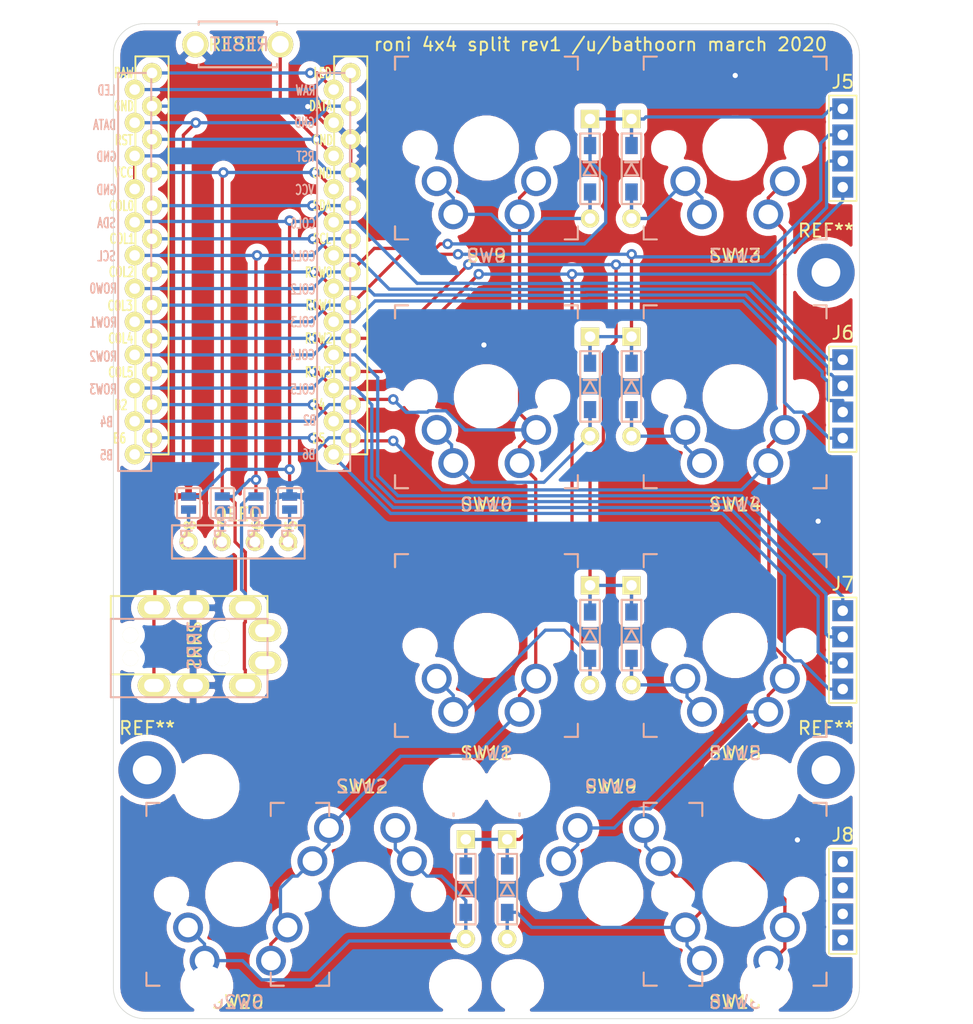
<source format=kicad_pcb>
(kicad_pcb (version 20171130) (host pcbnew 5.1.4+dfsg1-1)
  (layers (0 F.Cu signal) (31 B.Cu signal) (34 B.Paste user) (35 F.Paste user) (36 B.SilkS user) (37 F.SilkS user) (38 B.Mask user) (39 F.Mask user) (44 Edge.Cuts user))
  (net 0 "")
  (net 1 row00)
  (net 2 row01)
  (net 3 row02)
  (net 4 row03)
  (net 5 "Net-(D9-Pad2)")
  (net 6 "Net-(D10-Pad2)")
  (net 7 "Net-(D11-Pad2)")
  (net 8 "Net-(D12-Pad2)")
  (net 9 "Net-(D13-Pad2)")
  (net 10 "Net-(D14-Pad2)")
  (net 11 "Net-(D15-Pad2)")
  (net 12 "Net-(D16-Pad2)")
  (net 13 "Net-(J8-Pad4)")
  (net 14 "Net-(J8-Pad3)")
  (net 15 "Net-(J8-Pad2)")
  (net 16 "Net-(J8-Pad1)")
  (net 17 col01)
  (net 18 col02)
  (net 19 col03)
  (net 20 col04)
  (net 21 col05)
  (net 22 col06)
  (net 23 col07)
  (net 24 GND)
  (net 25 "Net-(U1-Pad24)")
  (net 26 VCC)
  (net 27 data)
  (net 28 SDA)
  (net 29 SCL)
  (net 30 "Net-(J1-PadA)")
  (net 31 col09)
  (net 32 col08)
  (net 33 "Net-(JP1-Pad1)")
  (net 34 "Net-(JP2-Pad1)")
  (net 35 "Net-(JP3-Pad1)")
  (net 36 "Net-(JP4-Pad1)")
  (net 37 col00)
  (net 38 reset)
  (net 39 "Net-(U1-Pad1)")
  (module MountingHole:MountingHole_2.2mm_M2_Pad (layer F.Cu) (at 93.067422 69.850176)
    (fp_text reference REF** (at 0 -3.2) (layer F.SilkS))
    (fp_text value MountingHole_2.2mm_M2_Pad)
    (pad 1 thru_hole circle (at 0 0) (size 4.4 4.4) (drill 2.2) (layers *.Cu *.Mask))
  )
  (module MountingHole:MountingHole_2.2mm_M2_Pad (layer F.Cu) (at 145.058178 31.75008)
    (fp_text reference REF** (at 0 -3.2) (layer F.SilkS))
    (fp_text value MountingHole_2.2mm_M2_Pad)
    (pad 1 thru_hole circle (at 0 0) (size 4.4 4.4) (drill 2.2) (layers *.Cu *.Mask))
  )
  (module MountingHole:MountingHole_2.2mm_M2_Pad (layer F.Cu) (at 145.058178 69.850176)
    (fp_text reference REF** (at 0 -3.2) (layer F.SilkS))
    (fp_text value MountingHole_2.2mm_M2_Pad)
    (pad 1 thru_hole circle (at 0 0) (size 4.4 4.4) (drill 2.2) (layers *.Cu *.Mask))
  )
  (module keyswitches:Stabilizer_MX_2u (layer F.Cu) (at 128.587824 79.3752 180)
    (fp_text reference REF** hide)
    (fp_text value Stabilizer_MX_2u hide)
    (pad "" np_thru_hole circle (at -11.9 -6.985 180) (size 3.048 3.048) (drill 3.048) (layers *.Cu *.Mask))
    (pad "" np_thru_hole circle (at 11.9 -6.985 180) (size 3.048 3.048) (drill 3.048) (layers *.Cu *.Mask))
    (pad "" np_thru_hole circle (at -11.9 8.255 180) (size 3.9878 3.9878) (drill 3.9878) (layers *.Cu *.Mask))
    (pad "" np_thru_hole circle (at 11.9 8.255 180) (size 3.9878 3.9878) (drill 3.9878) (layers *.Cu *.Mask))
  )
  (module keyswitches:Stabilizer_MX_2u (layer F.Cu) (at 109.537776 79.3752 180)
    (fp_text reference REF** hide)
    (fp_text value Stabilizer_MX_2u hide)
    (pad "" np_thru_hole circle (at -11.9 -6.985 180) (size 3.048 3.048) (drill 3.048) (layers *.Cu *.Mask))
    (pad "" np_thru_hole circle (at 11.9 -6.985 180) (size 3.048 3.048) (drill 3.048) (layers *.Cu *.Mask))
    (pad "" np_thru_hole circle (at -11.9 8.255 180) (size 3.9878 3.9878) (drill 3.9878) (layers *.Cu *.Mask))
    (pad "" np_thru_hole circle (at 11.9 8.255 180) (size 3.9878 3.9878) (drill 3.9878) (layers *.Cu *.Mask))
  )
  (module nori4x4:J_1x04_P2.00mm_Vertical (layer F.Cu) (at 146.348025 19.21935)
    (fp_text reference J5 (at 0 -2.06) (layer F.SilkS))
    (fp_text value Conn_01x04)
    (pad 4 thru_hole rect (at 0 6) (size 1.6 1.6) (drill 0.8) (layers *.Cu *.Mask) (net 4 row03))
    (pad 3 thru_hole rect (at 0 4) (size 1.6 1.6) (drill 0.8) (layers *.Cu *.Mask) (net 3 row02))
    (pad 2 thru_hole rect (at 0 2) (size 1.6 1.6) (drill 0.8) (layers *.Cu *.Mask) (net 2 row01))
    (pad 1 thru_hole rect (at 0 0) (size 1.6 1.6) (drill 0.8) (layers *.Cu *.Mask) (net 1 row00))
  )
  (module nori4x4:J_1x04_P2.00mm_Vertical (layer F.Cu) (at 146.348025 38.4387)
    (fp_text reference J6 (at 0 -2.06) (layer F.SilkS))
    (fp_text value Conn_01x04)
    (pad 4 thru_hole rect (at 0 6) (size 1.6 1.6) (drill 0.8) (layers *.Cu *.Mask) (net 21 col05))
    (pad 3 thru_hole rect (at 0 4) (size 1.6 1.6) (drill 0.8) (layers *.Cu *.Mask) (net 20 col04))
    (pad 2 thru_hole rect (at 0 2) (size 1.6 1.6) (drill 0.8) (layers *.Cu *.Mask) (net 19 col03))
    (pad 1 thru_hole rect (at 0 0) (size 1.6 1.6) (drill 0.8) (layers *.Cu *.Mask) (net 18 col02))
  )
  (module nori4x4:J_1x04_P2.00mm_Vertical (layer F.Cu) (at 146.348025 57.65805)
    (fp_text reference J7 (at 0 -2.06) (layer F.SilkS))
    (fp_text value Conn_01x04)
    (pad 4 thru_hole rect (at 0 6) (size 1.6 1.6) (drill 0.8) (layers *.Cu *.Mask) (net 31 col09))
    (pad 3 thru_hole rect (at 0 4) (size 1.6 1.6) (drill 0.8) (layers *.Cu *.Mask) (net 32 col08))
    (pad 2 thru_hole rect (at 0 2) (size 1.6 1.6) (drill 0.8) (layers *.Cu *.Mask) (net 23 col07))
    (pad 1 thru_hole rect (at 0 0) (size 1.6 1.6) (drill 0.8) (layers *.Cu *.Mask) (net 22 col06))
  )
  (module nori4x4:J_1x04_P2.00mm_Vertical (layer F.Cu) (at 146.348025 76.8774)
    (fp_text reference J8 (at 0 -2.06) (layer F.SilkS))
    (fp_text value Conn_01x04)
    (pad 4 thru_hole rect (at 0 6) (size 1.6 1.6) (drill 0.8) (layers *.Cu *.Mask) (net 13 "Net-(J8-Pad4)"))
    (pad 3 thru_hole rect (at 0 4) (size 1.6 1.6) (drill 0.8) (layers *.Cu *.Mask) (net 14 "Net-(J8-Pad3)"))
    (pad 2 thru_hole rect (at 0 2) (size 1.6 1.6) (drill 0.8) (layers *.Cu *.Mask) (net 15 "Net-(J8-Pad2)"))
    (pad 1 thru_hole rect (at 0 0) (size 1.6 1.6) (drill 0.8) (layers *.Cu *.Mask) (net 16 "Net-(J8-Pad1)"))
  )
  (module kbd:ResetSW (layer F.Cu) (at 100.0125 14.2866)
    (fp_text reference SW17 hide)
    (fp_text value SW_PUSH)
    (fp_text user RESET (at 0.127 0) (layer B.SilkS) (effects (justify mirror)))
    (fp_text user RESET (at 0 0) (layer F.SilkS))
    (pad 1 thru_hole circle (at 3.25 0) (size 2 2) (drill 1.3) (layers *.Cu *.Mask F.SilkS) (net 38 reset))
    (pad 2 thru_hole circle (at -3.25 0) (size 2 2) (drill 1.3) (layers *.Cu *.Mask F.SilkS) (net 24 GND))
  )
  (module kbd:D3_TH_SMD (layer F.Cu) (at 126.992 23.81115 270)
    (fp_text reference D9 hide)
    (fp_text value D hide)
    (pad 1 smd rect (at -1.775 0 270) (size 1.3 0.95) (layers F.Cu F.Paste F.Mask) (net 1 row00))
    (pad 2 smd rect (at 1.775 0 270) (size 1.3 0.95) (layers B.Cu B.Paste B.Mask) (net 5 "Net-(D9-Pad2)"))
    (pad 1 smd rect (at -1.775 0 270) (size 1.3 0.95) (layers B.Cu B.Paste B.Mask) (net 1 row00))
    (pad 1 thru_hole rect (at -3.81 0 270) (size 1.397 1.397) (drill 0.8128) (layers *.Cu *.Mask F.SilkS) (net 1 row00))
    (pad 2 thru_hole circle (at 3.81 0 270) (size 1.397 1.397) (drill 0.8128) (layers *.Cu *.Mask F.SilkS) (net 5 "Net-(D9-Pad2)"))
    (pad 2 smd rect (at 1.775 0 270) (size 1.3 0.95) (layers F.Cu F.Paste F.Mask) (net 5 "Net-(D9-Pad2)"))
  )
  (module kbd:D3_TH_SMD (layer F.Cu) (at 126.992 40.4787 270)
    (fp_text reference D10 hide)
    (fp_text value D hide)
    (pad 1 smd rect (at -1.775 0 270) (size 1.3 0.95) (layers F.Cu F.Paste F.Mask) (net 2 row01))
    (pad 2 smd rect (at 1.775 0 270) (size 1.3 0.95) (layers B.Cu B.Paste B.Mask) (net 6 "Net-(D10-Pad2)"))
    (pad 1 smd rect (at -1.775 0 270) (size 1.3 0.95) (layers B.Cu B.Paste B.Mask) (net 2 row01))
    (pad 1 thru_hole rect (at -3.81 0 270) (size 1.397 1.397) (drill 0.8128) (layers *.Cu *.Mask F.SilkS) (net 2 row01))
    (pad 2 thru_hole circle (at 3.81 0 270) (size 1.397 1.397) (drill 0.8128) (layers *.Cu *.Mask F.SilkS) (net 6 "Net-(D10-Pad2)"))
    (pad 2 smd rect (at 1.775 0 270) (size 1.3 0.95) (layers F.Cu F.Paste F.Mask) (net 6 "Net-(D10-Pad2)"))
  )
  (module kbd:D3_TH_SMD (layer F.Cu) (at 126.992 59.5275 270)
    (fp_text reference D11 hide)
    (fp_text value D hide)
    (pad 1 smd rect (at -1.775 0 270) (size 1.3 0.95) (layers F.Cu F.Paste F.Mask) (net 3 row02))
    (pad 2 smd rect (at 1.775 0 270) (size 1.3 0.95) (layers B.Cu B.Paste B.Mask) (net 7 "Net-(D11-Pad2)"))
    (pad 1 smd rect (at -1.775 0 270) (size 1.3 0.95) (layers B.Cu B.Paste B.Mask) (net 3 row02))
    (pad 1 thru_hole rect (at -3.81 0 270) (size 1.397 1.397) (drill 0.8128) (layers *.Cu *.Mask F.SilkS) (net 3 row02))
    (pad 2 thru_hole circle (at 3.81 0 270) (size 1.397 1.397) (drill 0.8128) (layers *.Cu *.Mask F.SilkS) (net 7 "Net-(D11-Pad2)"))
    (pad 2 smd rect (at 1.775 0 270) (size 1.3 0.95) (layers F.Cu F.Paste F.Mask) (net 7 "Net-(D11-Pad2)"))
  )
  (module kbd:D3_TH_SMD (layer F.Cu) (at 117.475296 78.978324 270)
    (fp_text reference D12 hide)
    (fp_text value D hide)
    (pad 2 smd rect (at 1.775 0 270) (size 1.3 0.95) (layers F.Cu F.Paste F.Mask) (net 8 "Net-(D12-Pad2)"))
    (pad 2 thru_hole circle (at 3.81 0 270) (size 1.397 1.397) (drill 0.8128) (layers *.Cu *.Mask F.SilkS) (net 8 "Net-(D12-Pad2)"))
    (pad 1 thru_hole rect (at -3.81 0 270) (size 1.397 1.397) (drill 0.8128) (layers *.Cu *.Mask F.SilkS) (net 4 row03))
    (pad 1 smd rect (at -1.775 0 270) (size 1.3 0.95) (layers B.Cu B.Paste B.Mask) (net 4 row03))
    (pad 2 smd rect (at 1.775 0 270) (size 1.3 0.95) (layers B.Cu B.Paste B.Mask) (net 8 "Net-(D12-Pad2)"))
    (pad 1 smd rect (at -1.775 0 270) (size 1.3 0.95) (layers F.Cu F.Paste F.Mask) (net 4 row03))
  )
  (module kbd:D3_TH_SMD (layer F.Cu) (at 130.1668 23.81115 270)
    (fp_text reference D13 hide)
    (fp_text value D hide)
    (pad 2 smd rect (at 1.775 0 270) (size 1.3 0.95) (layers F.Cu F.Paste F.Mask) (net 9 "Net-(D13-Pad2)"))
    (pad 2 thru_hole circle (at 3.81 0 270) (size 1.397 1.397) (drill 0.8128) (layers *.Cu *.Mask F.SilkS) (net 9 "Net-(D13-Pad2)"))
    (pad 1 thru_hole rect (at -3.81 0 270) (size 1.397 1.397) (drill 0.8128) (layers *.Cu *.Mask F.SilkS) (net 1 row00))
    (pad 1 smd rect (at -1.775 0 270) (size 1.3 0.95) (layers B.Cu B.Paste B.Mask) (net 1 row00))
    (pad 2 smd rect (at 1.775 0 270) (size 1.3 0.95) (layers B.Cu B.Paste B.Mask) (net 9 "Net-(D13-Pad2)"))
    (pad 1 smd rect (at -1.775 0 270) (size 1.3 0.95) (layers F.Cu F.Paste F.Mask) (net 1 row00))
  )
  (module kbd:D3_TH_SMD (layer F.Cu) (at 130.1668 40.4787 270)
    (fp_text reference D14 hide)
    (fp_text value D hide)
    (pad 2 smd rect (at 1.775 0 270) (size 1.3 0.95) (layers F.Cu F.Paste F.Mask) (net 10 "Net-(D14-Pad2)"))
    (pad 2 thru_hole circle (at 3.81 0 270) (size 1.397 1.397) (drill 0.8128) (layers *.Cu *.Mask F.SilkS) (net 10 "Net-(D14-Pad2)"))
    (pad 1 thru_hole rect (at -3.81 0 270) (size 1.397 1.397) (drill 0.8128) (layers *.Cu *.Mask F.SilkS) (net 2 row01))
    (pad 1 smd rect (at -1.775 0 270) (size 1.3 0.95) (layers B.Cu B.Paste B.Mask) (net 2 row01))
    (pad 2 smd rect (at 1.775 0 270) (size 1.3 0.95) (layers B.Cu B.Paste B.Mask) (net 10 "Net-(D14-Pad2)"))
    (pad 1 smd rect (at -1.775 0 270) (size 1.3 0.95) (layers F.Cu F.Paste F.Mask) (net 2 row01))
  )
  (module kbd:D3_TH_SMD (layer F.Cu) (at 130.1668 59.5275 270)
    (fp_text reference D15 hide)
    (fp_text value D hide)
    (pad 2 smd rect (at 1.775 0 270) (size 1.3 0.95) (layers F.Cu F.Paste F.Mask) (net 11 "Net-(D15-Pad2)"))
    (pad 2 thru_hole circle (at 3.81 0 270) (size 1.397 1.397) (drill 0.8128) (layers *.Cu *.Mask F.SilkS) (net 11 "Net-(D15-Pad2)"))
    (pad 1 thru_hole rect (at -3.81 0 270) (size 1.397 1.397) (drill 0.8128) (layers *.Cu *.Mask F.SilkS) (net 3 row02))
    (pad 1 smd rect (at -1.775 0 270) (size 1.3 0.95) (layers B.Cu B.Paste B.Mask) (net 3 row02))
    (pad 2 smd rect (at 1.775 0 270) (size 1.3 0.95) (layers B.Cu B.Paste B.Mask) (net 11 "Net-(D15-Pad2)"))
    (pad 1 smd rect (at -1.775 0 270) (size 1.3 0.95) (layers F.Cu F.Paste F.Mask) (net 3 row02))
  )
  (module kbd:D3_TH_SMD (layer F.Cu) (at 120.650304 78.978324 270)
    (fp_text reference D16 hide)
    (fp_text value D hide)
    (pad 1 smd rect (at -1.775 0 270) (size 1.3 0.95) (layers F.Cu F.Paste F.Mask) (net 4 row03))
    (pad 2 smd rect (at 1.775 0 270) (size 1.3 0.95) (layers B.Cu B.Paste B.Mask) (net 12 "Net-(D16-Pad2)"))
    (pad 1 smd rect (at -1.775 0 270) (size 1.3 0.95) (layers B.Cu B.Paste B.Mask) (net 4 row03))
    (pad 1 thru_hole rect (at -3.81 0 270) (size 1.397 1.397) (drill 0.8128) (layers *.Cu *.Mask F.SilkS) (net 4 row03))
    (pad 2 thru_hole circle (at 3.81 0 270) (size 1.397 1.397) (drill 0.8128) (layers *.Cu *.Mask F.SilkS) (net 12 "Net-(D16-Pad2)"))
    (pad 2 smd rect (at 1.775 0 270) (size 1.3 0.95) (layers F.Cu F.Paste F.Mask) (net 12 "Net-(D16-Pad2)"))
  )
  (module keyswitches:SW_MX_reversible (layer F.Cu) (at 119.055 22.2236 180)
    (fp_text reference SW9 (at 0 -8.255) (layer F.SilkS))
    (fp_text value SW_PUSH)
    (fp_text user %R (at 0 -8.255) (layer B.SilkS) (effects (justify mirror)))
    (pad "" np_thru_hole circle (at -5.08 0 180) (size 1.7018 1.7018) (drill 1.7018) (layers *.Cu *.Mask))
    (pad "" np_thru_hole circle (at 5.08 0 180) (size 1.7018 1.7018) (drill 1.7018) (layers *.Cu *.Mask))
    (pad 1 thru_hole circle (at -3.81 -2.54 180) (size 2.286 2.286) (drill 1.4986) (layers *.Cu *.Mask) (net 37 col00))
    (pad "" np_thru_hole circle (at 0 0 180) (size 3.9878 3.9878) (drill 3.9878) (layers *.Cu *.Mask))
    (pad 2 thru_hole circle (at 2.54 -5.08 180) (size 2.286 2.286) (drill 1.4986) (layers *.Cu *.Mask) (net 5 "Net-(D9-Pad2)"))
    (pad 1 thru_hole circle (at -2.54 -5.08 180) (size 2.286 2.286) (drill 1.4986) (layers *.Cu *.Mask) (net 37 col00))
    (pad 2 thru_hole circle (at 3.81 -2.54 180) (size 2.286 2.286) (drill 1.4986) (layers *.Cu *.Mask) (net 5 "Net-(D9-Pad2)"))
  )
  (module keyswitches:SW_MX_reversible (layer F.Cu) (at 119.055 41.2724 180)
    (fp_text reference SW10 (at 0 -8.255) (layer F.SilkS))
    (fp_text value SW_PUSH)
    (fp_text user %R (at 0 -8.255) (layer B.SilkS) (effects (justify mirror)))
    (pad 2 thru_hole circle (at 3.81 -2.54 180) (size 2.286 2.286) (drill 1.4986) (layers *.Cu *.Mask) (net 6 "Net-(D10-Pad2)"))
    (pad 1 thru_hole circle (at -2.54 -5.08 180) (size 2.286 2.286) (drill 1.4986) (layers *.Cu *.Mask) (net 37 col00))
    (pad 2 thru_hole circle (at 2.54 -5.08 180) (size 2.286 2.286) (drill 1.4986) (layers *.Cu *.Mask) (net 6 "Net-(D10-Pad2)"))
    (pad "" np_thru_hole circle (at 0 0 180) (size 3.9878 3.9878) (drill 3.9878) (layers *.Cu *.Mask))
    (pad 1 thru_hole circle (at -3.81 -2.54 180) (size 2.286 2.286) (drill 1.4986) (layers *.Cu *.Mask) (net 37 col00))
    (pad "" np_thru_hole circle (at 5.08 0 180) (size 1.7018 1.7018) (drill 1.7018) (layers *.Cu *.Mask))
    (pad "" np_thru_hole circle (at -5.08 0 180) (size 1.7018 1.7018) (drill 1.7018) (layers *.Cu *.Mask))
  )
  (module keyswitches:SW_MX_reversible (layer F.Cu) (at 119.055 60.3212 180)
    (fp_text reference SW11 (at 0 -8.255) (layer F.SilkS))
    (fp_text value SW_PUSH)
    (fp_text user %R (at 0 -8.255) (layer B.SilkS) (effects (justify mirror)))
    (pad 2 thru_hole circle (at 3.81 -2.54 180) (size 2.286 2.286) (drill 1.4986) (layers *.Cu *.Mask) (net 7 "Net-(D11-Pad2)"))
    (pad 1 thru_hole circle (at -2.54 -5.08 180) (size 2.286 2.286) (drill 1.4986) (layers *.Cu *.Mask) (net 37 col00))
    (pad 2 thru_hole circle (at 2.54 -5.08 180) (size 2.286 2.286) (drill 1.4986) (layers *.Cu *.Mask) (net 7 "Net-(D11-Pad2)"))
    (pad "" np_thru_hole circle (at 0 0 180) (size 3.9878 3.9878) (drill 3.9878) (layers *.Cu *.Mask))
    (pad 1 thru_hole circle (at -3.81 -2.54 180) (size 2.286 2.286) (drill 1.4986) (layers *.Cu *.Mask) (net 37 col00))
    (pad "" np_thru_hole circle (at 5.08 0 180) (size 1.7018 1.7018) (drill 1.7018) (layers *.Cu *.Mask))
    (pad "" np_thru_hole circle (at -5.08 0 180) (size 1.7018 1.7018) (drill 1.7018) (layers *.Cu *.Mask))
  )
  (module keyswitches:SW_MX_reversible (layer F.Cu) (at 109.537776 79.3752)
    (fp_text reference SW12 (at 0 -8.255) (layer F.SilkS))
    (fp_text value SW_PUSH)
    (fp_text user %R (at 0 -8.255) (layer B.SilkS) (effects (justify mirror)))
    (pad 2 thru_hole circle (at 3.81 -2.54) (size 2.286 2.286) (drill 1.4986) (layers *.Cu *.Mask) (net 8 "Net-(D12-Pad2)"))
    (pad 1 thru_hole circle (at -2.54 -5.08) (size 2.286 2.286) (drill 1.4986) (layers *.Cu *.Mask) (net 37 col00))
    (pad 2 thru_hole circle (at 2.54 -5.08) (size 2.286 2.286) (drill 1.4986) (layers *.Cu *.Mask) (net 8 "Net-(D12-Pad2)"))
    (pad "" np_thru_hole circle (at 0 0) (size 3.9878 3.9878) (drill 3.9878) (layers *.Cu *.Mask))
    (pad 1 thru_hole circle (at -3.81 -2.54) (size 2.286 2.286) (drill 1.4986) (layers *.Cu *.Mask) (net 37 col00))
    (pad "" np_thru_hole circle (at 5.08 0) (size 1.7018 1.7018) (drill 1.7018) (layers *.Cu *.Mask))
    (pad "" np_thru_hole circle (at -5.08 0) (size 1.7018 1.7018) (drill 1.7018) (layers *.Cu *.Mask))
  )
  (module keyswitches:SW_MX_reversible (layer F.Cu) (at 138.1038 22.2236 180)
    (fp_text reference SW13 (at 0 -8.255) (layer F.SilkS))
    (fp_text value SW_PUSH)
    (fp_text user %R (at 0 -8.255) (layer B.SilkS) (effects (justify mirror)))
    (pad 2 thru_hole circle (at 3.81 -2.54 180) (size 2.286 2.286) (drill 1.4986) (layers *.Cu *.Mask) (net 9 "Net-(D13-Pad2)"))
    (pad 1 thru_hole circle (at -2.54 -5.08 180) (size 2.286 2.286) (drill 1.4986) (layers *.Cu *.Mask) (net 17 col01))
    (pad 2 thru_hole circle (at 2.54 -5.08 180) (size 2.286 2.286) (drill 1.4986) (layers *.Cu *.Mask) (net 9 "Net-(D13-Pad2)"))
    (pad "" np_thru_hole circle (at 0 0 180) (size 3.9878 3.9878) (drill 3.9878) (layers *.Cu *.Mask))
    (pad 1 thru_hole circle (at -3.81 -2.54 180) (size 2.286 2.286) (drill 1.4986) (layers *.Cu *.Mask) (net 17 col01))
    (pad "" np_thru_hole circle (at 5.08 0 180) (size 1.7018 1.7018) (drill 1.7018) (layers *.Cu *.Mask))
    (pad "" np_thru_hole circle (at -5.08 0 180) (size 1.7018 1.7018) (drill 1.7018) (layers *.Cu *.Mask))
  )
  (module keyswitches:SW_MX_reversible (layer F.Cu) (at 138.1038 41.2724 180)
    (fp_text reference SW14 (at 0 -8.255) (layer F.SilkS))
    (fp_text value SW_PUSH)
    (fp_text user %R (at 0 -8.255) (layer B.SilkS) (effects (justify mirror)))
    (pad "" np_thru_hole circle (at -5.08 0 180) (size 1.7018 1.7018) (drill 1.7018) (layers *.Cu *.Mask))
    (pad "" np_thru_hole circle (at 5.08 0 180) (size 1.7018 1.7018) (drill 1.7018) (layers *.Cu *.Mask))
    (pad 1 thru_hole circle (at -3.81 -2.54 180) (size 2.286 2.286) (drill 1.4986) (layers *.Cu *.Mask) (net 17 col01))
    (pad "" np_thru_hole circle (at 0 0 180) (size 3.9878 3.9878) (drill 3.9878) (layers *.Cu *.Mask))
    (pad 2 thru_hole circle (at 2.54 -5.08 180) (size 2.286 2.286) (drill 1.4986) (layers *.Cu *.Mask) (net 10 "Net-(D14-Pad2)"))
    (pad 1 thru_hole circle (at -2.54 -5.08 180) (size 2.286 2.286) (drill 1.4986) (layers *.Cu *.Mask) (net 17 col01))
    (pad 2 thru_hole circle (at 3.81 -2.54 180) (size 2.286 2.286) (drill 1.4986) (layers *.Cu *.Mask) (net 10 "Net-(D14-Pad2)"))
  )
  (module keyswitches:SW_MX_reversible (layer F.Cu) (at 138.1038 60.3212 180)
    (fp_text reference SW15 (at 0 -8.255) (layer F.SilkS))
    (fp_text value SW_PUSH)
    (fp_text user %R (at 0 -8.255) (layer B.SilkS) (effects (justify mirror)))
    (pad "" np_thru_hole circle (at -5.08 0 180) (size 1.7018 1.7018) (drill 1.7018) (layers *.Cu *.Mask))
    (pad "" np_thru_hole circle (at 5.08 0 180) (size 1.7018 1.7018) (drill 1.7018) (layers *.Cu *.Mask))
    (pad 1 thru_hole circle (at -3.81 -2.54 180) (size 2.286 2.286) (drill 1.4986) (layers *.Cu *.Mask) (net 17 col01))
    (pad "" np_thru_hole circle (at 0 0 180) (size 3.9878 3.9878) (drill 3.9878) (layers *.Cu *.Mask))
    (pad 2 thru_hole circle (at 2.54 -5.08 180) (size 2.286 2.286) (drill 1.4986) (layers *.Cu *.Mask) (net 11 "Net-(D15-Pad2)"))
    (pad 1 thru_hole circle (at -2.54 -5.08 180) (size 2.286 2.286) (drill 1.4986) (layers *.Cu *.Mask) (net 17 col01))
    (pad 2 thru_hole circle (at 3.81 -2.54 180) (size 2.286 2.286) (drill 1.4986) (layers *.Cu *.Mask) (net 11 "Net-(D15-Pad2)"))
  )
  (module keyswitches:SW_MX_reversible (layer F.Cu) (at 138.1038 79.37 180)
    (fp_text reference SW16 (at 0 -8.255) (layer F.SilkS))
    (fp_text value SW_PUSH)
    (fp_text user %R (at 0 -8.255) (layer B.SilkS) (effects (justify mirror)))
    (pad "" np_thru_hole circle (at -5.08 0 180) (size 1.7018 1.7018) (drill 1.7018) (layers *.Cu *.Mask))
    (pad "" np_thru_hole circle (at 5.08 0 180) (size 1.7018 1.7018) (drill 1.7018) (layers *.Cu *.Mask))
    (pad 1 thru_hole circle (at -3.81 -2.54 180) (size 2.286 2.286) (drill 1.4986) (layers *.Cu *.Mask) (net 17 col01))
    (pad "" np_thru_hole circle (at 0 0 180) (size 3.9878 3.9878) (drill 3.9878) (layers *.Cu *.Mask))
    (pad 2 thru_hole circle (at 2.54 -5.08 180) (size 2.286 2.286) (drill 1.4986) (layers *.Cu *.Mask) (net 12 "Net-(D16-Pad2)"))
    (pad 1 thru_hole circle (at -2.54 -5.08 180) (size 2.286 2.286) (drill 1.4986) (layers *.Cu *.Mask) (net 17 col01))
    (pad 2 thru_hole circle (at 3.81 -2.54 180) (size 2.286 2.286) (drill 1.4986) (layers *.Cu *.Mask) (net 12 "Net-(D16-Pad2)"))
  )
  (module keyswitches:SW_MX_reversible (layer F.Cu) (at 128.587824 79.3752)
    (fp_text reference SW19 (at 0 -8.255) (layer F.SilkS))
    (fp_text value SW_PUSH)
    (fp_text user %R (at 0 -8.255) (layer B.SilkS) (effects (justify mirror)))
    (pad 2 thru_hole circle (at 3.81 -2.54) (size 2.286 2.286) (drill 1.4986) (layers *.Cu *.Mask) (net 12 "Net-(D16-Pad2)"))
    (pad 1 thru_hole circle (at -2.54 -5.08) (size 2.286 2.286) (drill 1.4986) (layers *.Cu *.Mask) (net 17 col01))
    (pad 2 thru_hole circle (at 2.54 -5.08) (size 2.286 2.286) (drill 1.4986) (layers *.Cu *.Mask) (net 12 "Net-(D16-Pad2)"))
    (pad "" np_thru_hole circle (at 0 0) (size 3.9878 3.9878) (drill 3.9878) (layers *.Cu *.Mask))
    (pad 1 thru_hole circle (at -3.81 -2.54) (size 2.286 2.286) (drill 1.4986) (layers *.Cu *.Mask) (net 17 col01))
    (pad "" np_thru_hole circle (at 5.08 0) (size 1.7018 1.7018) (drill 1.7018) (layers *.Cu *.Mask))
    (pad "" np_thru_hole circle (at -5.08 0) (size 1.7018 1.7018) (drill 1.7018) (layers *.Cu *.Mask))
  )
  (module keyswitches:SW_MX_reversible (layer F.Cu) (at 100.012752 79.3752 180)
    (fp_text reference SW20 (at 0 -8.255) (layer F.SilkS))
    (fp_text value SW_PUSH)
    (fp_text user %R (at 0 -8.255) (layer B.SilkS) (effects (justify mirror)))
    (pad 2 thru_hole circle (at 3.81 -2.54 180) (size 2.286 2.286) (drill 1.4986) (layers *.Cu *.Mask) (net 8 "Net-(D12-Pad2)"))
    (pad 1 thru_hole circle (at -2.54 -5.08 180) (size 2.286 2.286) (drill 1.4986) (layers *.Cu *.Mask) (net 37 col00))
    (pad 2 thru_hole circle (at 2.54 -5.08 180) (size 2.286 2.286) (drill 1.4986) (layers *.Cu *.Mask) (net 8 "Net-(D12-Pad2)"))
    (pad "" np_thru_hole circle (at 0 0 180) (size 3.9878 3.9878) (drill 3.9878) (layers *.Cu *.Mask))
    (pad 1 thru_hole circle (at -3.81 -2.54 180) (size 2.286 2.286) (drill 1.4986) (layers *.Cu *.Mask) (net 37 col00))
    (pad "" np_thru_hole circle (at 5.08 0 180) (size 1.7018 1.7018) (drill 1.7018) (layers *.Cu *.Mask))
    (pad "" np_thru_hole circle (at -5.08 0 180) (size 1.7018 1.7018) (drill 1.7018) (layers *.Cu *.Mask))
  )
  (module kbd:MJ-4PP-9 (layer F.Cu) (at 90.28929 59.5314 90)
    (fp_text reference J1)
    (fp_text value MJ-4PP-9 hide)
    (fp_text user TRRS (at -0.8255 6.4135 90) (layer B.SilkS) (effects (justify mirror)))
    (fp_text user TRRS (at -0.75 6.45 90) (layer F.SilkS))
    (pad "" np_thru_hole circle (at -1.75 8.5 90) (size 1.2 1.2) (drill 1.2) (layers *.Cu *.Mask F.SilkS))
    (pad "" np_thru_hole circle (at -1.75 1.5 90) (size 1.2 1.2) (drill 1.2) (layers *.Cu *.Mask F.SilkS))
    (pad D thru_hole oval (at -3.85 10.3 90) (size 1.7 2.5) (drill oval 1 1.5) (layers *.Cu *.Mask F.SilkS) (net 26 VCC) (clearance 0.15))
    (pad A thru_hole oval (at 0.35 11.8 90) (size 1.7 2.5) (drill oval 1 1.5) (layers *.Cu *.Mask F.SilkS) (net 30 "Net-(J1-PadA)") (clearance 0.15))
    (pad B thru_hole oval (at -3.85 3.3 90) (size 1.7 2.5) (drill oval 1 1.5) (layers *.Cu *.Mask F.SilkS) (net 27 data))
    (pad C thru_hole oval (at -3.85 6.3 90) (size 1.7 2.5) (drill oval 1 1.5) (layers *.Cu *.Mask F.SilkS) (net 24 GND))
    (pad "" np_thru_hole circle (at 0 1.5 90) (size 1.2 1.2) (drill 1.2) (layers *.Cu *.Mask F.SilkS))
    (pad "" np_thru_hole circle (at 0 8.5 90) (size 1.2 1.2) (drill 1.2) (layers *.Cu *.Mask F.SilkS))
    (pad B thru_hole oval (at 2.1 3.3 90) (size 1.7 2.5) (drill oval 1 1.5) (layers *.Cu *.Mask F.SilkS) (net 27 data))
    (pad C thru_hole oval (at 2.1 6.3 90) (size 1.7 2.5) (drill oval 1 1.5) (layers *.Cu *.Mask F.SilkS) (net 24 GND))
    (pad D thru_hole oval (at 2.1 10.3 90) (size 1.7 2.5) (drill oval 1 1.5) (layers *.Cu *.Mask F.SilkS) (net 26 VCC) (clearance 0.15))
    (pad A thru_hole oval (at -2.1 11.8 90) (size 1.7 2.5) (drill oval 1 1.5) (layers *.Cu *.Mask F.SilkS) (net 30 "Net-(J1-PadA)") (clearance 0.15))
  )
  (module kbd:OLED (layer F.Cu) (at 96.24243 52.387632)
    (fp_text reference OL1)
    (fp_text value OLED hide)
    (fp_text user OLED (at 3.8 -2.1) (layer F.SilkS))
    (fp_text user OLED (at 3.75 -2.1) (layer B.SilkS) (effects (justify mirror)))
    (pad 1 thru_hole circle (at 0 0) (size 1.397 1.397) (drill 0.8128) (layers *.Cu *.Mask F.SilkS) (net 36 "Net-(JP4-Pad1)"))
    (pad 2 thru_hole circle (at 2.54 0) (size 1.397 1.397) (drill 0.8128) (layers *.Cu *.Mask F.SilkS) (net 35 "Net-(JP3-Pad1)"))
    (pad 3 thru_hole circle (at 5.08 0) (size 1.397 1.397) (drill 0.8128) (layers *.Cu *.Mask F.SilkS) (net 34 "Net-(JP2-Pad1)"))
    (pad 4 thru_hole circle (at 7.62 0) (size 1.397 1.397) (drill 0.8128) (layers *.Cu *.Mask F.SilkS) (net 33 "Net-(JP1-Pad1)"))
  )
  (module kbd:Jumper (layer B.Cu) (at 103.981512 49.411062 90)
    (fp_text reference JP1 (at -2.413 -0.127 270) (layer B.SilkS) (effects (font (size 0.8128 0.8128) (thickness 0.1524)) (justify mirror)))
    (fp_text value Jumper_NO_Small hide)
    (pad 1 smd rect (at -0.50038 0 90) (size 0.635 1.143) (layers B.Cu B.Paste B.Mask) (net 33 "Net-(JP1-Pad1)") (clearance 0.1905))
    (pad 2 smd rect (at 0.50038 0 90) (size 0.635 1.143) (layers B.Cu B.Paste B.Mask) (net 24 GND) (clearance 0.1905))
  )
  (module kbd:Jumper (layer B.Cu) (at 101.401818 49.411062 90)
    (fp_text reference JP2 (at -2.413 -0.127 270) (layer B.SilkS) (effects (font (size 0.8128 0.8128) (thickness 0.1524)) (justify mirror)))
    (fp_text value Jumper_NO_Small hide)
    (pad 2 smd rect (at 0.50038 0 90) (size 0.635 1.143) (layers B.Cu B.Paste B.Mask) (net 26 VCC) (clearance 0.1905))
    (pad 1 smd rect (at -0.50038 0 90) (size 0.635 1.143) (layers B.Cu B.Paste B.Mask) (net 34 "Net-(JP2-Pad1)") (clearance 0.1905))
  )
  (module kbd:Jumper (layer B.Cu) (at 98.822124 49.411062 90)
    (fp_text reference JP3 (at -2.413 -0.127 270) (layer B.SilkS) (effects (font (size 0.8128 0.8128) (thickness 0.1524)) (justify mirror)))
    (fp_text value Jumper_NO_Small hide)
    (pad 1 smd rect (at -0.50038 0 90) (size 0.635 1.143) (layers B.Cu B.Paste B.Mask) (net 35 "Net-(JP3-Pad1)") (clearance 0.1905))
    (pad 2 smd rect (at 0.50038 0 90) (size 0.635 1.143) (layers B.Cu B.Paste B.Mask) (net 29 SCL) (clearance 0.1905))
  )
  (module kbd:Jumper (layer B.Cu) (at 96.24243 49.411062 90)
    (fp_text reference JP4 (at -2.413 -0.127 270) (layer B.SilkS) (effects (font (size 0.8128 0.8128) (thickness 0.1524)) (justify mirror)))
    (fp_text value Jumper_NO_Small hide)
    (pad 2 smd rect (at 0.50038 0 90) (size 0.635 1.143) (layers B.Cu B.Paste B.Mask) (net 28 SDA) (clearance 0.1905))
    (pad 1 smd rect (at -0.50038 0 90) (size 0.635 1.143) (layers B.Cu B.Paste B.Mask) (net 36 "Net-(JP4-Pad1)") (clearance 0.1905))
  )
  (module kbd:Jumper (layer F.Cu) (at 103.981512 49.411062 90)
    (fp_text reference JP5 (at -2.413 0.127 90) (layer F.SilkS) (effects (font (size 0.8128 0.8128) (thickness 0.1524))))
    (fp_text value Jumper_NO_Small hide)
    (pad 1 smd rect (at -0.50038 0 90) (size 0.635 1.143) (layers F.Cu F.Paste F.Mask) (net 33 "Net-(JP1-Pad1)") (clearance 0.1905))
    (pad 2 smd rect (at 0.50038 0 90) (size 0.635 1.143) (layers F.Cu F.Paste F.Mask) (net 28 SDA) (clearance 0.1905))
  )
  (module kbd:Jumper (layer F.Cu) (at 101.401818 49.411062 90)
    (fp_text reference JP6 (at -2.413 0.127 90) (layer F.SilkS) (effects (font (size 0.8128 0.8128) (thickness 0.1524))))
    (fp_text value Jumper_NO_Small hide)
    (pad 2 smd rect (at 0.50038 0 90) (size 0.635 1.143) (layers F.Cu F.Paste F.Mask) (net 29 SCL) (clearance 0.1905))
    (pad 1 smd rect (at -0.50038 0 90) (size 0.635 1.143) (layers F.Cu F.Paste F.Mask) (net 34 "Net-(JP2-Pad1)") (clearance 0.1905))
  )
  (module kbd:Jumper (layer F.Cu) (at 98.822124 49.411062 90)
    (fp_text reference JP7 (at -2.413 0.127 90) (layer F.SilkS) (effects (font (size 0.8128 0.8128) (thickness 0.1524))))
    (fp_text value Jumper_NO_Small hide)
    (pad 1 smd rect (at -0.50038 0 90) (size 0.635 1.143) (layers F.Cu F.Paste F.Mask) (net 35 "Net-(JP3-Pad1)") (clearance 0.1905))
    (pad 2 smd rect (at 0.50038 0 90) (size 0.635 1.143) (layers F.Cu F.Paste F.Mask) (net 26 VCC) (clearance 0.1905))
  )
  (module kbd:Jumper (layer F.Cu) (at 96.24243 49.411062 90)
    (fp_text reference JP8 (at -2.413 0.127 90) (layer F.SilkS) (effects (font (size 0.8128 0.8128) (thickness 0.1524))))
    (fp_text value Jumper_NO_Small hide)
    (pad 2 smd rect (at 0.50038 0 90) (size 0.635 1.143) (layers F.Cu F.Paste F.Mask) (net 24 GND) (clearance 0.1905))
    (pad 1 smd rect (at -0.50038 0 90) (size 0.635 1.143) (layers F.Cu F.Paste F.Mask) (net 36 "Net-(JP4-Pad1)") (clearance 0.1905))
  )
  (module kbd:ProMicro_v2 (layer F.Cu) (at 101.004942 30.9543)
    (fp_text reference U1 hide)
    (fp_text value ProMicro hide)
    (fp_text user RAW (at 4.191 -13.1445) (layer B.SilkS) (effects (font (size 0.75 0.5) (thickness 0.125)) (justify mirror)))
    (fp_text user LED (at -11.049 -13.1445) (layer B.SilkS) (effects (font (size 0.75 0.5) (thickness 0.125)) (justify mirror)))
    (fp_text user GND (at 4.1275 -10.668) (layer B.SilkS) (effects (font (size 0.75 0.5) (thickness 0.125)) (justify mirror)))
    (fp_text user DATA (at -11.2 -10.5) (layer B.SilkS) (effects (font (size 0.75 0.5) (thickness 0.125)) (justify mirror)))
    (fp_text user RST (at 4.191 -8.0645) (layer B.SilkS) (effects (font (size 0.75 0.5) (thickness 0.125)) (justify mirror)))
    (fp_text user GND (at -11.049 -8.0645) (layer B.SilkS) (effects (font (size 0.75 0.5) (thickness 0.125)) (justify mirror)))
    (fp_text user VCC (at 4.1275 -5.5245) (layer B.SilkS) (effects (font (size 0.75 0.5) (thickness 0.125)) (justify mirror)))
    (fp_text user GND (at -11.049 -5.5245) (layer B.SilkS) (effects (font (size 0.75 0.5) (thickness 0.125)) (justify mirror)))
    (fp_text user COL3 (at 4 4.6) (layer B.SilkS) (effects (font (size 0.75 0.5) (thickness 0.125)) (justify mirror)))
    (fp_text user ROW0 (at -11.3 2.032) (layer B.SilkS) (effects (font (size 0.75 0.5) (thickness 0.125)) (justify mirror)))
    (fp_text user COL2 (at 4 2.1) (layer B.SilkS) (effects (font (size 0.75 0.5) (thickness 0.125)) (justify mirror)))
    (fp_text user SCL (at -11.049 -0.4445) (layer B.SilkS) (effects (font (size 0.75 0.5) (thickness 0.125)) (justify mirror)))
    (fp_text user COL1 (at 4 -0.4445) (layer B.SilkS) (effects (font (size 0.75 0.5) (thickness 0.125)) (justify mirror)))
    (fp_text user SDA (at -11.049 -2.9845) (layer B.SilkS) (effects (font (size 0.75 0.5) (thickness 0.125)) (justify mirror)))
    (fp_text user COL0 (at 4 -2.95) (layer B.SilkS) (effects (font (size 0.75 0.5) (thickness 0.125)) (justify mirror)))
    (fp_text user B6 (at 4.445 14.732) (layer B.SilkS) (effects (font (size 0.75 0.5) (thickness 0.125)) (justify mirror)))
    (fp_text user B5 (at -11.049 14.7955) (layer B.SilkS) (effects (font (size 0.75 0.5) (thickness 0.125)) (justify mirror)))
    (fp_text user B4 (at -11.049 12.2555) (layer B.SilkS) (effects (font (size 0.75 0.5) (thickness 0.125)) (justify mirror)))
    (fp_text user B2 (at 4.5085 12.1285) (layer B.SilkS) (effects (font (size 0.75 0.5) (thickness 0.125)) (justify mirror)))
    (fp_text user ROW3 (at -11.3 9.75) (layer B.SilkS) (effects (font (size 0.75 0.5) (thickness 0.125)) (justify mirror)))
    (fp_text user COL5 (at 4 9.75) (layer B.SilkS) (effects (font (size 0.75 0.5) (thickness 0.125)) (justify mirror)))
    (fp_text user ROW2 (at -11.3 7.239) (layer B.SilkS) (effects (font (size 0.75 0.5) (thickness 0.125)) (justify mirror)))
    (fp_text user COL4 (at 3.95 7.112) (layer B.SilkS) (effects (font (size 0.75 0.5) (thickness 0.125)) (justify mirror)))
    (fp_text user ROW1 (at -11.3 4.6355) (layer B.SilkS) (effects (font (size 0.75 0.5) (thickness 0.125)) (justify mirror)))
    (fp_text user ROW1 (at 5.25 3.302) (layer F.SilkS) (effects (font (size 0.75 0.5) (thickness 0.125))))
    (fp_text user COL4 (at -9.95 5.85) (layer F.SilkS) (effects (font (size 0.75 0.5) (thickness 0.125))))
    (fp_text user ROW2 (at 5.2 5.85) (layer F.SilkS) (effects (font (size 0.75 0.5) (thickness 0.125))))
    (fp_text user COL5 (at -9.95 8.4455) (layer F.SilkS) (effects (font (size 0.75 0.5) (thickness 0.125))))
    (fp_text user ROW3 (at 5.2 8.4455) (layer F.SilkS) (effects (font (size 0.75 0.5) (thickness 0.125))))
    (fp_text user B2 (at -9.95 10.95) (layer F.SilkS) (effects (font (size 0.75 0.5) (thickness 0.125))))
    (fp_text user B4 (at 5.2 10.922) (layer F.SilkS) (effects (font (size 0.75 0.5) (thickness 0.125))))
    (fp_text user B5 (at 5.2 13.5255) (layer F.SilkS) (effects (font (size 0.75 0.5) (thickness 0.125))))
    (fp_text user B6 (at -10.05 13.5) (layer F.SilkS) (effects (font (size 0.75 0.5) (thickness 0.125))))
    (fp_text user COL0 (at -9.9 -4.3) (layer F.SilkS) (effects (font (size 0.75 0.5) (thickness 0.125))))
    (fp_text user SDA (at 5.461 -4.318) (layer F.SilkS) (effects (font (size 0.75 0.5) (thickness 0.125))))
    (fp_text user COL1 (at -9.85 -1.778) (layer F.SilkS) (effects (font (size 0.75 0.5) (thickness 0.125))))
    (fp_text user SCL (at 5.461 -1.778) (layer F.SilkS) (effects (font (size 0.75 0.5) (thickness 0.125))))
    (fp_text user COL2 (at -9.9 0.762) (layer F.SilkS) (effects (font (size 0.75 0.5) (thickness 0.125))))
    (fp_text user ROW0 (at 5.2 0.8) (layer F.SilkS) (effects (font (size 0.75 0.5) (thickness 0.125))))
    (fp_text user COL3 (at -10 3.35) (layer F.SilkS) (effects (font (size 0.75 0.5) (thickness 0.125))))
    (fp_text user GND (at 5.461 -6.7945) (layer F.SilkS) (effects (font (size 0.75 0.5) (thickness 0.125))))
    (fp_text user VCC (at -9.7155 -6.858) (layer F.SilkS) (effects (font (size 0.75 0.5) (thickness 0.125))))
    (fp_text user GND (at 5.5245 -9.3345) (layer F.SilkS) (effects (font (size 0.75 0.5) (thickness 0.125))))
    (fp_text user RST (at -9.7155 -9.3345) (layer F.SilkS) (effects (font (size 0.75 0.5) (thickness 0.125))))
    (fp_text user DATA (at 5.35 -11.95) (layer F.SilkS) (effects (font (size 0.75 0.5) (thickness 0.125))))
    (fp_text user GND (at -9.7155 -11.938) (layer F.SilkS) (effects (font (size 0.75 0.5) (thickness 0.125))))
    (fp_text user LED (at 5.5 -14.478) (layer F.SilkS) (effects (font (size 0.75 0.5) (thickness 0.125))))
    (fp_text user RAW (at -9.7155 -14.478) (layer F.SilkS) (effects (font (size 0.75 0.5) (thickness 0.125))))
    (fp_text user "" (at -1.2065 -16.256) (layer B.SilkS) (effects (justify mirror)))
    (fp_text user "" (at -0.5 -17.25) (layer F.SilkS))
    (pad 24 thru_hole circle (at -7.5636 -14.478) (size 1.524 1.524) (drill 0.8128) (layers *.Cu *.Mask F.SilkS) (net 25 "Net-(U1-Pad24)"))
    (pad 23 thru_hole circle (at -7.5636 -11.938) (size 1.524 1.524) (drill 0.8128) (layers *.Cu *.Mask F.SilkS) (net 24 GND))
    (pad 22 thru_hole circle (at -7.5636 -9.398) (size 1.524 1.524) (drill 0.8128) (layers *.Cu *.Mask F.SilkS) (net 38 reset))
    (pad 21 thru_hole circle (at -7.5636 -6.858) (size 1.524 1.524) (drill 0.8128) (layers *.Cu *.Mask F.SilkS) (net 26 VCC))
    (pad 20 thru_hole circle (at -7.5636 -4.318) (size 1.524 1.524) (drill 0.8128) (layers *.Cu *.Mask F.SilkS) (net 18 col02))
    (pad 19 thru_hole circle (at -7.5636 -1.778) (size 1.524 1.524) (drill 0.8128) (layers *.Cu *.Mask F.SilkS) (net 19 col03))
    (pad 18 thru_hole circle (at -7.5636 0.762) (size 1.524 1.524) (drill 0.8128) (layers *.Cu *.Mask F.SilkS) (net 20 col04))
    (pad 17 thru_hole circle (at -7.5636 3.302) (size 1.524 1.524) (drill 0.8128) (layers *.Cu *.Mask F.SilkS) (net 21 col05))
    (pad 16 thru_hole circle (at -7.5636 5.842) (size 1.524 1.524) (drill 0.8128) (layers *.Cu *.Mask F.SilkS) (net 22 col06))
    (pad 15 thru_hole circle (at -7.5636 8.382) (size 1.524 1.524) (drill 0.8128) (layers *.Cu *.Mask F.SilkS) (net 23 col07))
    (pad 14 thru_hole circle (at -7.5636 10.922) (size 1.524 1.524) (drill 0.8128) (layers *.Cu *.Mask F.SilkS) (net 32 col08))
    (pad 13 thru_hole circle (at -7.5636 13.462) (size 1.524 1.524) (drill 0.8128) (layers *.Cu *.Mask F.SilkS) (net 31 col09))
    (pad 12 thru_hole circle (at 7.6564 13.462) (size 1.524 1.524) (drill 0.8128) (layers *.Cu *.Mask F.SilkS) (net 17 col01))
    (pad 11 thru_hole circle (at 7.6564 10.922) (size 1.524 1.524) (drill 0.8128) (layers *.Cu *.Mask F.SilkS) (net 37 col00))
    (pad 10 thru_hole circle (at 7.6564 8.382) (size 1.524 1.524) (drill 0.8128) (layers *.Cu *.Mask F.SilkS) (net 4 row03))
    (pad 9 thru_hole circle (at 7.6564 5.842) (size 1.524 1.524) (drill 0.8128) (layers *.Cu *.Mask F.SilkS) (net 3 row02))
    (pad 8 thru_hole circle (at 7.6564 3.302) (size 1.524 1.524) (drill 0.8128) (layers *.Cu *.Mask F.SilkS) (net 2 row01))
    (pad 7 thru_hole circle (at 7.6564 0.762) (size 1.524 1.524) (drill 0.8128) (layers *.Cu *.Mask F.SilkS) (net 1 row00))
    (pad 6 thru_hole circle (at 7.6564 -1.778) (size 1.524 1.524) (drill 0.8128) (layers *.Cu *.Mask F.SilkS) (net 29 SCL))
    (pad 5 thru_hole circle (at 7.6564 -4.318) (size 1.524 1.524) (drill 0.8128) (layers *.Cu *.Mask F.SilkS) (net 28 SDA))
    (pad 4 thru_hole circle (at 7.6564 -6.858) (size 1.524 1.524) (drill 0.8128) (layers *.Cu *.Mask F.SilkS) (net 24 GND))
    (pad 3 thru_hole circle (at 7.6564 -9.398) (size 1.524 1.524) (drill 0.8128) (layers *.Cu *.Mask F.SilkS) (net 24 GND))
    (pad 2 thru_hole circle (at 7.6564 -11.938) (size 1.524 1.524) (drill 0.8128) (layers *.Cu *.Mask F.SilkS) (net 27 data))
    (pad 1 thru_hole circle (at 7.6564 -14.478) (size 1.524 1.524) (drill 0.8128) (layers *.Cu *.Mask F.SilkS) (net 39 "Net-(U1-Pad1)"))
    (pad 1 thru_hole circle (at -8.89 -13.208) (size 1.524 1.524) (drill 0.8128) (layers *.Cu *.Mask F.SilkS) (net 39 "Net-(U1-Pad1)"))
    (pad 2 thru_hole circle (at -8.89 -10.668) (size 1.524 1.524) (drill 0.8128) (layers *.Cu *.Mask F.SilkS) (net 27 data))
    (pad 3 thru_hole circle (at -8.89 -8.128) (size 1.524 1.524) (drill 0.8128) (layers *.Cu *.Mask F.SilkS) (net 24 GND))
    (pad 4 thru_hole circle (at -8.89 -5.588) (size 1.524 1.524) (drill 0.8128) (layers *.Cu *.Mask F.SilkS) (net 24 GND))
    (pad 5 thru_hole circle (at -8.89 -3.048) (size 1.524 1.524) (drill 0.8128) (layers *.Cu *.Mask F.SilkS) (net 28 SDA))
    (pad 6 thru_hole circle (at -8.89 -0.508) (size 1.524 1.524) (drill 0.8128) (layers *.Cu *.Mask F.SilkS) (net 29 SCL))
    (pad 7 thru_hole circle (at -8.89 2.032) (size 1.524 1.524) (drill 0.8128) (layers *.Cu *.Mask F.SilkS) (net 1 row00))
    (pad 8 thru_hole circle (at -8.89 4.572) (size 1.524 1.524) (drill 0.8128) (layers *.Cu *.Mask F.SilkS) (net 2 row01))
    (pad 9 thru_hole circle (at -8.89 7.112) (size 1.524 1.524) (drill 0.8128) (layers *.Cu *.Mask F.SilkS) (net 3 row02))
    (pad 10 thru_hole circle (at -8.89 9.652) (size 1.524 1.524) (drill 0.8128) (layers *.Cu *.Mask F.SilkS) (net 4 row03))
    (pad 11 thru_hole circle (at -8.89 12.192) (size 1.524 1.524) (drill 0.8128) (layers *.Cu *.Mask F.SilkS) (net 37 col00))
    (pad 12 thru_hole circle (at -8.89 14.732) (size 1.524 1.524) (drill 0.8128) (layers *.Cu *.Mask F.SilkS) (net 17 col01))
    (pad 13 thru_hole circle (at 6.35 14.732) (size 1.524 1.524) (drill 0.8128) (layers *.Cu *.Mask F.SilkS) (net 31 col09))
    (pad 14 thru_hole circle (at 6.35 12.192) (size 1.524 1.524) (drill 0.8128) (layers *.Cu *.Mask F.SilkS) (net 32 col08))
    (pad 15 thru_hole circle (at 6.35 9.652) (size 1.524 1.524) (drill 0.8128) (layers *.Cu *.Mask F.SilkS) (net 23 col07))
    (pad 16 thru_hole circle (at 6.35 7.112) (size 1.524 1.524) (drill 0.8128) (layers *.Cu *.Mask F.SilkS) (net 22 col06))
    (pad 17 thru_hole circle (at 6.35 4.572) (size 1.524 1.524) (drill 0.8128) (layers *.Cu *.Mask F.SilkS) (net 21 col05))
    (pad 18 thru_hole circle (at 6.35 2.032) (size 1.524 1.524) (drill 0.8128) (layers *.Cu *.Mask F.SilkS) (net 20 col04))
    (pad 19 thru_hole circle (at 6.35 -0.508) (size 1.524 1.524) (drill 0.8128) (layers *.Cu *.Mask F.SilkS) (net 19 col03))
    (pad 20 thru_hole circle (at 6.35 -3.048) (size 1.524 1.524) (drill 0.8128) (layers *.Cu *.Mask F.SilkS) (net 18 col02))
    (pad 21 thru_hole circle (at 6.35 -5.588) (size 1.524 1.524) (drill 0.8128) (layers *.Cu *.Mask F.SilkS) (net 26 VCC))
    (pad 22 thru_hole circle (at 6.35 -8.128) (size 1.524 1.524) (drill 0.8128) (layers *.Cu *.Mask F.SilkS) (net 38 reset))
    (pad 23 thru_hole circle (at 6.35 -10.668) (size 1.524 1.524) (drill 0.8128) (layers *.Cu *.Mask F.SilkS) (net 24 GND))
    (pad 24 thru_hole circle (at 6.35 -13.208) (size 1.524 1.524) (drill 0.8128) (layers *.Cu *.Mask F.SilkS) (net 25 "Net-(U1-Pad24)"))
  )
  (gr_line (start 90.483 86.5133) (end 90.483 15.0803) (layer Edge.Cuts) (width 0.05))
  (gr_arc (start 92.8641 86.5133) (end 90.483 86.5133) (angle -90) (layer Edge.Cuts) (width 0.05))
  (gr_text "roni 4x4 split rev1 /u/bathoorn march 2020" (at 127.794072 14.287536) (layer F.SilkS) (effects (font (size 1 1))))
  (gr_line (start 147.6282 15.0803) (end 147.6282 86.5133) (layer Edge.Cuts) (width 0.05))
  (gr_arc (start 92.8641 15.0803) (end 92.8641 12.6992) (angle -90) (layer Edge.Cuts) (width 0.05))
  (gr_arc (start 145.2471 86.5133) (end 145.2471 88.8944) (angle -90) (layer Edge.Cuts) (width 0.05))
  (gr_arc (start 145.2471 15.0803) (end 147.6282 15.0803) (angle -90) (layer Edge.Cuts) (width 0.05))
  (gr_line (start 92.8641 12.6992) (end 145.2471 12.6992) (layer Edge.Cuts) (width 0.05))
  (gr_line (start 145.2471 88.8944) (end 92.8641 88.8944) (layer Edge.Cuts) (width 0.05))
  (segment (start 146.53595 19.6549) (end 146.59465 19.5962) (width 0.25) (layer B.Cu) (net 1))
  (segment (start 126.992 20.00115) (end 126.992 22.03615) (width 0.25) (layer B.Cu) (net 1))
  (segment (start 130.1668 20.00115) (end 130.1668 22.03615) (width 0.25) (layer B.Cu) (net 1))
  (segment (start 126.992 20.00115) (end 130.1668 20.00115) (width 0.25) (layer B.Cu) (net 1))
  (segment (start 126.992 20.00115) (end 126.992 22.03615) (width 0.25) (layer F.Cu) (net 1))
  (segment (start 130.1668 20.00115) (end 130.1668 22.03615) (width 0.25) (layer F.Cu) (net 1))
  (segment (start 107.583712 31.7163) (end 108.661342 31.7163) (width 0.25) (layer B.Cu) (net 1))
  (segment (start 107.01618 31.7163) (end 107.583712 31.7163) (width 0.25) (layer B.Cu) (net 1))
  (segment (start 105.74618 32.9863) (end 107.01618 31.7163) (width 0.25) (layer B.Cu) (net 1))
  (segment (start 92.114942 32.9863) (end 105.74618 32.9863) (width 0.25) (layer B.Cu) (net 1))
  (segment (start 108.695122 31.75008) (end 108.661342 31.7163) (width 0.25) (layer B.Cu) (net 1))
  (segment (start 144.798575 19.8438) (end 145.423025 19.21935) (width 0.25) (layer B.Cu) (net 1))
  (segment (start 145.423025 19.21935) (end 146.348025 19.21935) (width 0.25) (layer B.Cu) (net 1))
  (segment (start 131.27265 19.8438) (end 144.798575 19.8438) (width 0.25) (layer B.Cu) (net 1))
  (segment (start 130.1668 20.00115) (end 131.1153 20.00115) (width 0.25) (layer B.Cu) (net 1))
  (segment (start 131.1153 20.00115) (end 131.27265 19.8438) (width 0.25) (layer B.Cu) (net 1))
  (via (at 116.08623 29.567262) (size 0.8) (drill 0.4) (layers F.Cu B.Cu) (net 1))
  (segment (start 110.466638 29.911004) (end 109.423341 30.954301) (width 0.25) (layer F.Cu) (net 1))
  (segment (start 109.423341 30.954301) (end 108.661342 31.7163) (width 0.25) (layer F.Cu) (net 1))
  (segment (start 115.176803 29.911004) (end 110.466638 29.911004) (width 0.25) (layer F.Cu) (net 1))
  (segment (start 115.520545 29.567262) (end 115.176803 29.911004) (width 0.25) (layer F.Cu) (net 1))
  (segment (start 116.08623 29.567262) (end 115.520545 29.567262) (width 0.25) (layer F.Cu) (net 1))
  (segment (start 128.190948 27.936984) (end 128.190948 24.407874) (width 0.25) (layer B.Cu) (net 1))
  (segment (start 126.992 23.208926) (end 126.992 22.03615) (width 0.25) (layer B.Cu) (net 1))
  (segment (start 128.190948 24.407874) (end 126.992 23.208926) (width 0.25) (layer B.Cu) (net 1))
  (segment (start 116.08623 29.567262) (end 126.56067 29.567262) (width 0.25) (layer B.Cu) (net 1))
  (segment (start 126.56067 29.567262) (end 128.190948 27.936984) (width 0.25) (layer B.Cu) (net 1))
  (segment (start 130.1668 38.7037) (end 130.1668 36.6687) (width 0.25) (layer B.Cu) (net 2))
  (segment (start 126.992 38.7037) (end 126.992 36.6687) (width 0.25) (layer B.Cu) (net 2))
  (segment (start 126.992 36.6687) (end 130.1668 36.6687) (width 0.25) (layer B.Cu) (net 2))
  (segment (start 126.992 38.7037) (end 126.992 36.6687) (width 0.25) (layer F.Cu) (net 2))
  (segment (start 130.1668 38.7037) (end 130.1668 36.6687) (width 0.25) (layer F.Cu) (net 2))
  (segment (start 126.7294 36.9313) (end 126.992 36.6687) (width 0.25) (layer B.Cu) (net 2))
  (segment (start 106.932337 34.2563) (end 108.661342 34.2563) (width 0.25) (layer B.Cu) (net 2))
  (segment (start 92.114942 35.5263) (end 105.662337 35.5263) (width 0.25) (layer B.Cu) (net 2))
  (segment (start 105.662337 35.5263) (end 106.932337 34.2563) (width 0.25) (layer B.Cu) (net 2))
  (segment (start 130.1668 30.369542) (end 130.175328 30.361014) (width 0.25) (layer F.Cu) (net 2))
  (via (at 130.175328 30.361014) (size 0.8) (drill 0.4) (layers F.Cu B.Cu) (net 2))
  (segment (start 130.1668 36.6687) (end 130.1668 30.369542) (width 0.25) (layer F.Cu) (net 2))
  (segment (start 140.295666 30.559452) (end 130.373766 30.559452) (width 0.25) (layer B.Cu) (net 2))
  (segment (start 130.373766 30.559452) (end 130.175328 30.361014) (width 0.25) (layer B.Cu) (net 2))
  (segment (start 144.661302 26.193816) (end 140.295666 30.559452) (width 0.25) (layer B.Cu) (net 2))
  (segment (start 146.348025 21.21935) (end 145.298025 21.21935) (width 0.25) (layer B.Cu) (net 2))
  (segment (start 144.661302 21.856073) (end 144.661302 26.193816) (width 0.25) (layer B.Cu) (net 2))
  (segment (start 145.298025 21.21935) (end 144.661302 21.856073) (width 0.25) (layer B.Cu) (net 2))
  (via (at 116.879982 30.361014) (size 0.8) (drill 0.4) (layers F.Cu B.Cu) (net 2))
  (segment (start 112.556628 30.361014) (end 108.661342 34.2563) (width 0.25) (layer F.Cu) (net 2))
  (segment (start 116.879982 30.361014) (end 112.556628 30.361014) (width 0.25) (layer F.Cu) (net 2))
  (segment (start 117.445667 30.361014) (end 116.879982 30.361014) (width 0.25) (layer B.Cu) (net 2))
  (segment (start 130.175328 30.361014) (end 117.445667 30.361014) (width 0.25) (layer B.Cu) (net 2))
  (segment (start 126.992 57.7525) (end 126.992 55.7175) (width 0.25) (layer B.Cu) (net 3))
  (segment (start 130.1668 57.7525) (end 130.1668 55.7175) (width 0.25) (layer B.Cu) (net 3))
  (segment (start 126.992 55.7175) (end 130.1668 55.7175) (width 0.25) (layer B.Cu) (net 3))
  (segment (start 126.992 57.7525) (end 126.992 55.7175) (width 0.25) (layer F.Cu) (net 3))
  (segment (start 130.1668 55.7175) (end 130.1668 57.7525) (width 0.25) (layer F.Cu) (net 3))
  (segment (start 146.59465 23.5962) (end 146.523842 23.5962) (width 0.25) (layer F.Cu) (net 3))
  (segment (start 146.348025 23.149267) (end 146.292722 23.149267) (width 0.25) (layer F.Cu) (net 3))
  (segment (start 107.07125 36.7963) (end 107.583712 36.7963) (width 0.25) (layer B.Cu) (net 3))
  (segment (start 107.583712 36.7963) (end 108.661342 36.7963) (width 0.25) (layer B.Cu) (net 3))
  (segment (start 92.114942 38.0663) (end 105.80125 38.0663) (width 0.25) (layer B.Cu) (net 3))
  (segment (start 105.80125 38.0663) (end 107.07125 36.7963) (width 0.25) (layer B.Cu) (net 3))
  (via (at 117.667484 31.150079) (size 0.8) (drill 0.4) (layers F.Cu B.Cu) (net 3))
  (segment (start 112.021263 36.7963) (end 108.661342 36.7963) (width 0.25) (layer F.Cu) (net 3))
  (segment (start 117.667484 31.150079) (end 112.021263 36.7963) (width 0.25) (layer F.Cu) (net 3))
  (via (at 128.9847 31.154766) (size 0.8) (drill 0.4) (layers F.Cu B.Cu) (net 3))
  (segment (start 145.111313 26.777092) (end 140.733639 31.154766) (width 0.25) (layer B.Cu) (net 3))
  (segment (start 145.298025 23.21935) (end 145.111313 23.406062) (width 0.25) (layer B.Cu) (net 3))
  (segment (start 145.111313 23.406062) (end 145.111313 26.777092) (width 0.25) (layer B.Cu) (net 3))
  (segment (start 129.550385 31.154766) (end 128.9847 31.154766) (width 0.25) (layer B.Cu) (net 3))
  (segment (start 140.733639 31.154766) (end 129.550385 31.154766) (width 0.25) (layer B.Cu) (net 3))
  (segment (start 146.348025 23.21935) (end 145.298025 23.21935) (width 0.25) (layer B.Cu) (net 3))
  (segment (start 128.419015 31.154766) (end 128.9847 31.154766) (width 0.25) (layer B.Cu) (net 3))
  (segment (start 117.672171 31.154766) (end 128.419015 31.154766) (width 0.25) (layer B.Cu) (net 3))
  (segment (start 117.667484 31.150079) (end 117.672171 31.154766) (width 0.25) (layer B.Cu) (net 3))
  (segment (start 128.9847 37.002018) (end 128.9847 31.720451) (width 0.25) (layer F.Cu) (net 3))
  (segment (start 126.992 45.847498) (end 127.198758 45.64074) (width 0.25) (layer F.Cu) (net 3))
  (segment (start 128.9847 31.720451) (end 128.9847 31.154766) (width 0.25) (layer F.Cu) (net 3))
  (segment (start 126.992 55.7175) (end 126.992 45.847498) (width 0.25) (layer F.Cu) (net 3))
  (segment (start 127.198758 45.64074) (end 127.198758 45.596724) (width 0.25) (layer F.Cu) (net 3))
  (segment (start 128.015501 37.971217) (end 128.9847 37.002018) (width 0.25) (layer F.Cu) (net 3))
  (segment (start 127.198758 45.596724) (end 128.015501 44.779981) (width 0.25) (layer F.Cu) (net 3))
  (segment (start 128.015501 44.779981) (end 128.015501 37.971217) (width 0.25) (layer F.Cu) (net 3))
  (segment (start 108.749601 38.814539) (end 108.744024 38.808962) (width 0.25) (layer F.Cu) (net 4))
  (segment (start 108.744024 39.863638) (end 108.749601 39.858061) (width 0.25) (layer F.Cu) (net 4))
  (segment (start 108.749601 39.858061) (end 108.749601 38.814539) (width 0.25) (layer F.Cu) (net 4))
  (segment (start 117.475296 75.168324) (end 117.475296 77.203324) (width 0.25) (layer B.Cu) (net 4))
  (segment (start 120.650304 75.168324) (end 120.650304 77.203324) (width 0.25) (layer B.Cu) (net 4))
  (segment (start 118.423796 75.168324) (end 120.650304 75.168324) (width 0.25) (layer B.Cu) (net 4))
  (segment (start 117.475296 75.168324) (end 118.423796 75.168324) (width 0.25) (layer B.Cu) (net 4))
  (segment (start 117.475296 75.168324) (end 117.475296 77.203324) (width 0.25) (layer F.Cu) (net 4))
  (segment (start 120.650304 75.168324) (end 120.650304 77.203324) (width 0.25) (layer F.Cu) (net 4))
  (segment (start 107.583712 39.3363) (end 108.661342 39.3363) (width 0.25) (layer B.Cu) (net 4))
  (segment (start 105.74618 40.6063) (end 107.01618 39.3363) (width 0.25) (layer B.Cu) (net 4))
  (segment (start 107.01618 39.3363) (end 107.583712 39.3363) (width 0.25) (layer B.Cu) (net 4))
  (segment (start 92.114942 40.6063) (end 105.74618 40.6063) (width 0.25) (layer B.Cu) (net 4))
  (segment (start 108.661342 39.174968) (end 108.661342 39.3363) (width 0.25) (layer B.Cu) (net 4))
  (segment (start 111.010962 39.3363) (end 118.067487 32.279775) (width 0.25) (layer F.Cu) (net 4))
  (segment (start 118.067487 32.279775) (end 118.467486 31.879776) (width 0.25) (layer F.Cu) (net 4))
  (via (at 118.467486 31.879776) (size 0.8) (drill 0.4) (layers F.Cu B.Cu) (net 4))
  (segment (start 108.661342 39.3363) (end 111.010962 39.3363) (width 0.25) (layer F.Cu) (net 4))
  (segment (start 119.033171 31.879776) (end 125.611242 31.879776) (width 0.25) (layer B.Cu) (net 4))
  (via (at 125.611242 31.879776) (size 0.8) (drill 0.4) (layers F.Cu B.Cu) (net 4))
  (segment (start 118.467486 31.879776) (end 119.033171 31.879776) (width 0.25) (layer B.Cu) (net 4))
  (segment (start 140.761284 31.879776) (end 125.611242 31.879776) (width 0.25) (layer B.Cu) (net 4))
  (segment (start 142.081608 30.559452) (end 140.761284 31.879776) (width 0.25) (layer B.Cu) (net 4))
  (segment (start 142.081608 30.535767) (end 142.081608 30.559452) (width 0.25) (layer B.Cu) (net 4))
  (segment (start 146.348025 25.21935) (end 146.348025 26.26935) (width 0.25) (layer B.Cu) (net 4))
  (segment (start 146.348025 26.26935) (end 142.081608 30.535767) (width 0.25) (layer B.Cu) (net 4))
  (segment (start 125.611242 32.445461) (end 125.611242 31.879776) (width 0.25) (layer F.Cu) (net 4))
  (segment (start 121.598804 75.168324) (end 125.611264 71.155864) (width 0.25) (layer F.Cu) (net 4))
  (segment (start 125.611264 71.155864) (end 125.611264 35.431067) (width 0.25) (layer F.Cu) (net 4))
  (segment (start 125.611264 35.431067) (end 125.611242 35.431045) (width 0.25) (layer F.Cu) (net 4))
  (segment (start 120.650304 75.168324) (end 121.598804 75.168324) (width 0.25) (layer F.Cu) (net 4))
  (segment (start 125.611242 35.431045) (end 125.611242 32.445461) (width 0.25) (layer F.Cu) (net 4))
  (segment (start 116.515 26.0336) (end 116.515 27.3036) (width 0.25) (layer B.Cu) (net 5))
  (segment (start 115.245 24.7636) (end 116.515 26.0336) (width 0.25) (layer B.Cu) (net 5))
  (segment (start 126.992 25.58615) (end 126.992 27.62115) (width 0.25) (layer F.Cu) (net 5))
  (segment (start 116.515 27.3036) (end 119.422358 27.3036) (width 0.25) (layer B.Cu) (net 5))
  (segment (start 119.422358 27.3036) (end 120.890359 28.771601) (width 0.25) (layer B.Cu) (net 5))
  (segment (start 120.890359 28.771601) (end 122.299641 28.771601) (width 0.25) (layer B.Cu) (net 5))
  (segment (start 122.299641 28.771601) (end 123.450092 27.62115) (width 0.25) (layer B.Cu) (net 5))
  (segment (start 123.450092 27.62115) (end 126.004172 27.62115) (width 0.25) (layer B.Cu) (net 5))
  (segment (start 126.004172 27.62115) (end 126.992 27.62115) (width 0.25) (layer B.Cu) (net 5))
  (segment (start 126.992 25.58615) (end 126.992 27.62115) (width 0.25) (layer B.Cu) (net 5))
  (segment (start 116.387999 46.225399) (end 116.515 46.3524) (width 0.25) (layer B.Cu) (net 6))
  (segment (start 116.387999 44.955399) (end 116.387999 46.225399) (width 0.25) (layer B.Cu) (net 6))
  (segment (start 115.245 43.8124) (end 116.387999 44.955399) (width 0.25) (layer B.Cu) (net 6))
  (segment (start 126.293501 44.987199) (end 126.992 44.2887) (width 0.25) (layer B.Cu) (net 6))
  (segment (start 123.460299 47.820401) (end 126.293501 44.987199) (width 0.25) (layer B.Cu) (net 6))
  (segment (start 117.983001 47.820401) (end 123.460299 47.820401) (width 0.25) (layer B.Cu) (net 6))
  (segment (start 116.515 46.3524) (end 117.983001 47.820401) (width 0.25) (layer B.Cu) (net 6))
  (segment (start 126.992 44.2887) (end 126.992 42.2537) (width 0.25) (layer B.Cu) (net 6))
  (segment (start 126.992 44.2887) (end 126.992 42.2537) (width 0.25) (layer F.Cu) (net 6))
  (segment (start 116.515 64.1312) (end 116.515 65.4012) (width 0.25) (layer B.Cu) (net 7))
  (segment (start 115.245 62.8612) (end 116.515 64.1312) (width 0.25) (layer B.Cu) (net 7))
  (segment (start 126.992 63.3375) (end 126.992 61.3025) (width 0.25) (layer B.Cu) (net 7))
  (segment (start 126.992 63.3375) (end 126.992 61.3025) (width 0.25) (layer F.Cu) (net 7))
  (segment (start 125.009799 59.145299) (end 126.992 61.1275) (width 0.25) (layer B.Cu) (net 7))
  (segment (start 123.570567 59.145299) (end 125.009799 59.145299) (width 0.25) (layer B.Cu) (net 7))
  (segment (start 126.992 61.1275) (end 126.992 61.3025) (width 0.25) (layer B.Cu) (net 7))
  (segment (start 117.314666 65.4012) (end 123.570567 59.145299) (width 0.25) (layer B.Cu) (net 7))
  (segment (start 116.515 65.4012) (end 117.314666 65.4012) (width 0.25) (layer B.Cu) (net 7))
  (segment (start 112.204777 74.422201) (end 112.077776 74.2952) (width 0.25) (layer B.Cu) (net 8))
  (segment (start 96.241094 81.954894) (end 97.4662 83.18) (width 0.25) (layer B.Cu) (net 8))
  (segment (start 97.4662 83.18) (end 97.4662 84.45) (width 0.25) (layer B.Cu) (net 8))
  (segment (start 112.077776 75.911646) (end 113.00133 76.8352) (width 0.25) (layer B.Cu) (net 8))
  (segment (start 113.00133 76.8352) (end 113.347776 76.8352) (width 0.25) (layer B.Cu) (net 8))
  (segment (start 112.077776 74.2952) (end 112.077776 75.911646) (width 0.25) (layer B.Cu) (net 8))
  (segment (start 117.475296 79.853324) (end 117.475296 80.753324) (width 0.25) (layer B.Cu) (net 8))
  (segment (start 115.600171 77.978199) (end 117.475296 79.853324) (width 0.25) (layer B.Cu) (net 8))
  (segment (start 113.347776 76.8352) (end 114.490775 77.978199) (width 0.25) (layer B.Cu) (net 8))
  (segment (start 114.490775 77.978199) (end 115.600171 77.978199) (width 0.25) (layer B.Cu) (net 8))
  (segment (start 117.475296 80.753324) (end 117.475296 82.788324) (width 0.25) (layer B.Cu) (net 8))
  (segment (start 117.475296 80.753324) (end 117.475296 82.788324) (width 0.25) (layer F.Cu) (net 8))
  (segment (start 117.316536 82.947084) (end 117.475296 82.788324) (width 0.25) (layer B.Cu) (net 8))
  (segment (start 100.38011 84.4552) (end 101.848111 85.923201) (width 0.25) (layer B.Cu) (net 8))
  (segment (start 101.848111 85.923201) (end 105.569469 85.923201) (width 0.25) (layer B.Cu) (net 8))
  (segment (start 97.472752 84.4552) (end 100.38011 84.4552) (width 0.25) (layer B.Cu) (net 8))
  (segment (start 105.569469 85.923201) (end 108.545586 82.947084) (width 0.25) (layer B.Cu) (net 8))
  (segment (start 108.545586 82.947084) (end 117.316536 82.947084) (width 0.25) (layer B.Cu) (net 8))
  (segment (start 133.8175 25.2399) (end 134.2938 24.7636) (width 0.25) (layer B.Cu) (net 9))
  (segment (start 135.5638 26.0336) (end 135.5638 27.3036) (width 0.25) (layer B.Cu) (net 9))
  (segment (start 134.2938 24.7636) (end 135.5638 26.0336) (width 0.25) (layer B.Cu) (net 9))
  (segment (start 130.1668 25.58615) (end 130.1668 27.62115) (width 0.25) (layer B.Cu) (net 9))
  (segment (start 131.43625 27.62115) (end 130.1668 27.62115) (width 0.25) (layer B.Cu) (net 9))
  (segment (start 134.2938 24.7636) (end 131.43625 27.62115) (width 0.25) (layer B.Cu) (net 9))
  (segment (start 130.1668 25.58615) (end 130.1668 27.62115) (width 0.25) (layer F.Cu) (net 9))
  (segment (start 134.2938 45.0824) (end 134.2938 43.8124) (width 0.25) (layer B.Cu) (net 10))
  (segment (start 135.5638 46.3524) (end 134.2938 45.0824) (width 0.25) (layer B.Cu) (net 10))
  (segment (start 133.8175 44.2887) (end 134.2938 43.8124) (width 0.25) (layer B.Cu) (net 10))
  (segment (start 130.1668 44.2887) (end 133.8175 44.2887) (width 0.25) (layer B.Cu) (net 10))
  (segment (start 130.1668 44.2887) (end 130.1668 42.2537) (width 0.25) (layer B.Cu) (net 10))
  (segment (start 130.1668 44.2887) (end 130.1668 42.2537) (width 0.25) (layer F.Cu) (net 10))
  (segment (start 134.420801 62.988201) (end 134.2938 62.8612) (width 0.25) (layer B.Cu) (net 11))
  (segment (start 134.420801 64.258201) (end 134.420801 62.988201) (width 0.25) (layer B.Cu) (net 11))
  (segment (start 135.5638 65.4012) (end 134.420801 64.258201) (width 0.25) (layer B.Cu) (net 11))
  (segment (start 133.8175 63.3375) (end 134.2938 62.8612) (width 0.25) (layer B.Cu) (net 11))
  (segment (start 130.1668 63.3375) (end 133.8175 63.3375) (width 0.25) (layer B.Cu) (net 11))
  (segment (start 130.1668 63.3375) (end 130.1668 61.3025) (width 0.25) (layer B.Cu) (net 11))
  (segment (start 130.1668 61.3025) (end 130.1668 63.3375) (width 0.25) (layer F.Cu) (net 11))
  (segment (start 131.254825 74.422201) (end 131.127824 74.2952) (width 0.25) (layer B.Cu) (net 12))
  (segment (start 131.254825 75.692201) (end 131.254825 74.422201) (width 0.25) (layer B.Cu) (net 12))
  (segment (start 132.397824 76.8352) (end 131.254825 75.692201) (width 0.25) (layer B.Cu) (net 12))
  (segment (start 134.420801 83.307001) (end 134.420801 82.037001) (width 0.25) (layer B.Cu) (net 12))
  (segment (start 134.420801 82.037001) (end 134.2938 81.91) (width 0.25) (layer B.Cu) (net 12))
  (segment (start 135.5638 84.45) (end 134.420801 83.307001) (width 0.25) (layer B.Cu) (net 12))
  (segment (start 133.8175 82.3863) (end 134.2938 81.91) (width 0.25) (layer B.Cu) (net 12))
  (segment (start 135.436799 80.767001) (end 134.2938 81.91) (width 0.25) (layer F.Cu) (net 12))
  (segment (start 135.436799 79.403841) (end 135.436799 80.767001) (width 0.25) (layer F.Cu) (net 12))
  (segment (start 134.011157 77.978199) (end 135.436799 79.403841) (width 0.25) (layer F.Cu) (net 12))
  (segment (start 133.540823 77.978199) (end 134.011157 77.978199) (width 0.25) (layer F.Cu) (net 12))
  (segment (start 132.397824 76.8352) (end 133.540823 77.978199) (width 0.25) (layer F.Cu) (net 12))
  (segment (start 120.650304 80.753324) (end 120.650304 82.788324) (width 0.25) (layer B.Cu) (net 12))
  (segment (start 120.650304 80.753324) (end 120.650304 82.788324) (width 0.25) (layer F.Cu) (net 12))
  (segment (start 132.677354 81.91) (end 134.2938 81.91) (width 0.25) (layer B.Cu) (net 12))
  (segment (start 121.375304 80.753324) (end 122.53198 81.91) (width 0.25) (layer B.Cu) (net 12))
  (segment (start 122.53198 81.91) (end 132.677354 81.91) (width 0.25) (layer B.Cu) (net 12))
  (segment (start 120.650304 80.753324) (end 121.375304 80.753324) (width 0.25) (layer B.Cu) (net 12))
  (segment (start 108.744024 44.943638) (end 108.749601 44.938061) (width 0.25) (layer F.Cu) (net 17))
  (segment (start 108.749601 44.938061) (end 108.749601 43.894539) (width 0.25) (layer F.Cu) (net 17))
  (segment (start 108.749601 43.894539) (end 108.744024 43.888962) (width 0.25) (layer F.Cu) (net 17))
  (segment (start 126.047824 75.5652) (end 126.047824 74.2952) (width 0.25) (layer B.Cu) (net 17))
  (segment (start 124.777824 76.8352) (end 126.047824 75.5652) (width 0.25) (layer B.Cu) (net 17))
  (segment (start 140.6438 26.0336) (end 140.6438 27.3036) (width 0.25) (layer F.Cu) (net 17))
  (segment (start 141.9138 24.7636) (end 140.6438 26.0336) (width 0.25) (layer F.Cu) (net 17))
  (segment (start 140.6438 45.0824) (end 140.6438 46.3524) (width 0.25) (layer F.Cu) (net 17))
  (segment (start 141.9138 43.8124) (end 140.6438 45.0824) (width 0.25) (layer F.Cu) (net 17))
  (segment (start 140.6438 64.1312) (end 140.6438 65.4012) (width 0.25) (layer F.Cu) (net 17))
  (segment (start 141.9138 62.8612) (end 140.6438 64.1312) (width 0.25) (layer F.Cu) (net 17))
  (segment (start 140.990246 84.45) (end 140.6438 84.45) (width 0.25) (layer F.Cu) (net 17))
  (segment (start 141.9138 83.526446) (end 140.990246 84.45) (width 0.25) (layer F.Cu) (net 17))
  (segment (start 141.9138 81.91) (end 141.9138 83.526446) (width 0.25) (layer F.Cu) (net 17))
  (segment (start 141.9138 28.5736) (end 140.6438 27.3036) (width 0.25) (layer F.Cu) (net 17))
  (segment (start 141.9138 43.8124) (end 141.9138 31.917888) (width 0.25) (layer F.Cu) (net 17))
  (segment (start 139.027354 65.4012) (end 140.6438 65.4012) (width 0.25) (layer B.Cu) (net 17))
  (segment (start 130.310896 72.826746) (end 131.601808 72.826746) (width 0.25) (layer B.Cu) (net 17))
  (segment (start 126.047824 74.2952) (end 128.842442 74.2952) (width 0.25) (layer B.Cu) (net 17))
  (segment (start 131.601808 72.826746) (end 139.027354 65.4012) (width 0.25) (layer B.Cu) (net 17))
  (segment (start 128.842442 74.2952) (end 130.310896 72.826746) (width 0.25) (layer B.Cu) (net 17))
  (segment (start 141.9138 31.917888) (end 141.9138 28.5736) (width 0.25) (layer F.Cu) (net 17))
  (segment (start 106.991894 44.4163) (end 108.661342 44.4163) (width 0.25) (layer B.Cu) (net 17))
  (segment (start 105.767454 45.64074) (end 106.991894 44.4163) (width 0.25) (layer B.Cu) (net 17))
  (segment (start 92.114942 45.6863) (end 92.160502 45.64074) (width 0.25) (layer B.Cu) (net 17))
  (segment (start 92.160502 45.64074) (end 105.767454 45.64074) (width 0.25) (layer B.Cu) (net 17))
  (via (at 111.919032 44.64855) (size 0.8) (drill 0.4) (layers F.Cu B.Cu) (net 17))
  (segment (start 108.893592 44.64855) (end 108.661342 44.4163) (width 0.25) (layer F.Cu) (net 17))
  (segment (start 111.919032 44.64855) (end 108.893592 44.64855) (width 0.25) (layer F.Cu) (net 17))
  (segment (start 112.319031 45.048549) (end 111.919032 44.64855) (width 0.25) (layer B.Cu) (net 17))
  (segment (start 115.675252 48.40477) (end 112.319031 45.048549) (width 0.25) (layer B.Cu) (net 17))
  (segment (start 138.59143 48.40477) (end 115.675252 48.40477) (width 0.25) (layer B.Cu) (net 17))
  (segment (start 140.6438 46.3524) (end 138.59143 48.40477) (width 0.25) (layer B.Cu) (net 17))
  (segment (start 141.9138 61.244754) (end 141.9138 62.8612) (width 0.25) (layer F.Cu) (net 17))
  (segment (start 140.692542 60.023496) (end 141.9138 61.244754) (width 0.25) (layer F.Cu) (net 17))
  (segment (start 140.6438 46.3524) (end 140.692542 46.401142) (width 0.25) (layer F.Cu) (net 17))
  (segment (start 140.692542 46.401142) (end 140.692542 60.023496) (width 0.25) (layer F.Cu) (net 17))
  (segment (start 141.9138 80.293554) (end 141.9138 81.91) (width 0.25) (layer F.Cu) (net 17))
  (segment (start 141.9138 79.748026) (end 141.9138 80.293554) (width 0.25) (layer F.Cu) (net 17))
  (segment (start 136.326906 74.161132) (end 141.9138 79.748026) (width 0.25) (layer F.Cu) (net 17))
  (segment (start 140.6438 65.4012) (end 136.326906 69.718094) (width 0.25) (layer F.Cu) (net 17))
  (segment (start 136.326906 69.718094) (end 136.326906 74.161132) (width 0.25) (layer F.Cu) (net 17))
  (segment (start 106.084942 26.6363) (end 107.354942 27.9063) (width 0.25) (layer F.Cu) (net 18))
  (segment (start 105.721846 26.6363) (end 106.084942 26.6363) (width 0.25) (layer F.Cu) (net 18))
  (via (at 105.721846 26.6363) (size 0.8) (drill 0.4) (layers F.Cu B.Cu) (net 18))
  (segment (start 93.441342 26.6363) (end 105.721846 26.6363) (width 0.25) (layer B.Cu) (net 18))
  (segment (start 109.067442 27.9063) (end 108.432572 27.9063) (width 0.25) (layer B.Cu) (net 18))
  (segment (start 126.356132 32.604778) (end 118.119484 32.604778) (width 0.25) (layer B.Cu) (net 18))
  (segment (start 126.378045 32.582865) (end 126.356132 32.604778) (width 0.25) (layer B.Cu) (net 18))
  (segment (start 139.44219 32.582865) (end 126.378045 32.582865) (width 0.25) (layer B.Cu) (net 18))
  (segment (start 146.348025 38.4387) (end 145.298025 38.4387) (width 0.25) (layer B.Cu) (net 18))
  (segment (start 108.432572 27.9063) (end 107.354942 27.9063) (width 0.25) (layer B.Cu) (net 18))
  (segment (start 118.119484 32.604778) (end 118.097571 32.582865) (width 0.25) (layer B.Cu) (net 18))
  (segment (start 118.097571 32.582865) (end 113.744007 32.582865) (width 0.25) (layer B.Cu) (net 18))
  (segment (start 113.744007 32.582865) (end 109.067442 27.9063) (width 0.25) (layer B.Cu) (net 18))
  (segment (start 145.298025 38.4387) (end 139.44219 32.582865) (width 0.25) (layer B.Cu) (net 18))
  (segment (start 106.084942 29.1763) (end 107.354942 30.4463) (width 0.25) (layer F.Cu) (net 19))
  (segment (start 105.76154 29.1763) (end 106.084942 29.1763) (width 0.25) (layer F.Cu) (net 19))
  (via (at 105.76154 29.1763) (size 0.8) (drill 0.4) (layers F.Cu B.Cu) (net 19))
  (segment (start 93.441342 29.1763) (end 105.76154 29.1763) (width 0.25) (layer B.Cu) (net 19))
  (segment (start 109.027748 30.4463) (end 108.432572 30.4463) (width 0.25) (layer B.Cu) (net 19))
  (segment (start 145.223024 39.017597) (end 139.238303 33.032876) (width 0.25) (layer B.Cu) (net 19))
  (segment (start 139.238303 33.032876) (end 126.564445 33.032876) (width 0.25) (layer B.Cu) (net 19))
  (segment (start 145.223024 39.498701) (end 145.223024 39.017597) (width 0.25) (layer B.Cu) (net 19))
  (segment (start 146.348025 40.4387) (end 145.473026 39.563701) (width 0.25) (layer B.Cu) (net 19))
  (segment (start 145.288024 39.563701) (end 145.223024 39.498701) (width 0.25) (layer B.Cu) (net 19))
  (segment (start 117.911171 33.032876) (end 111.614324 33.032876) (width 0.25) (layer B.Cu) (net 19))
  (segment (start 145.473026 39.563701) (end 145.288024 39.563701) (width 0.25) (layer B.Cu) (net 19))
  (segment (start 126.564445 33.032876) (end 126.542532 33.054789) (width 0.25) (layer B.Cu) (net 19))
  (segment (start 117.933084 33.054789) (end 117.911171 33.032876) (width 0.25) (layer B.Cu) (net 19))
  (segment (start 126.542532 33.054789) (end 117.933084 33.054789) (width 0.25) (layer B.Cu) (net 19))
  (segment (start 108.432572 30.4463) (end 107.354942 30.4463) (width 0.25) (layer B.Cu) (net 19))
  (segment (start 111.614324 33.032876) (end 109.027748 30.4463) (width 0.25) (layer B.Cu) (net 19))
  (segment (start 146.07245 42.58405) (end 146.2178 42.4387) (width 0.25) (layer F.Cu) (net 20))
  (segment (start 106.084942 31.7163) (end 107.354942 32.9863) (width 0.25) (layer F.Cu) (net 20))
  (segment (start 105.801234 31.7163) (end 106.084942 31.7163) (width 0.25) (layer F.Cu) (net 20))
  (via (at 105.801234 31.7163) (size 0.8) (drill 0.4) (layers F.Cu B.Cu) (net 20))
  (segment (start 93.441342 31.7163) (end 105.801234 31.7163) (width 0.25) (layer B.Cu) (net 20))
  (segment (start 108.432572 32.9863) (end 107.354942 32.9863) (width 0.25) (layer B.Cu) (net 20))
  (segment (start 109.980244 32.9863) (end 108.432572 32.9863) (width 0.25) (layer B.Cu) (net 20))
  (segment (start 110.476831 33.482887) (end 109.980244 32.9863) (width 0.25) (layer B.Cu) (net 20))
  (segment (start 117.724771 33.482887) (end 110.476831 33.482887) (width 0.25) (layer B.Cu) (net 20))
  (segment (start 117.746684 33.5048) (end 117.724771 33.482887) (width 0.25) (layer B.Cu) (net 20))
  (segment (start 145.288024 41.563701) (end 145.223024 41.498701) (width 0.25) (layer B.Cu) (net 20))
  (segment (start 138.894562 33.482887) (end 126.750845 33.482887) (width 0.25) (layer B.Cu) (net 20))
  (segment (start 145.223024 41.498701) (end 145.223024 40.013712) (width 0.25) (layer B.Cu) (net 20))
  (segment (start 146.348025 42.4387) (end 146.348025 41.563701) (width 0.25) (layer B.Cu) (net 20))
  (segment (start 146.348025 41.563701) (end 145.288024 41.563701) (width 0.25) (layer B.Cu) (net 20))
  (segment (start 145.101624 40.013712) (end 144.773013 39.685101) (width 0.25) (layer B.Cu) (net 20))
  (segment (start 144.773013 39.685101) (end 144.773013 39.361338) (width 0.25) (layer B.Cu) (net 20))
  (segment (start 126.750845 33.482887) (end 126.728932 33.5048) (width 0.25) (layer B.Cu) (net 20))
  (segment (start 145.223024 40.013712) (end 145.101624 40.013712) (width 0.25) (layer B.Cu) (net 20))
  (segment (start 144.773013 39.361338) (end 138.894562 33.482887) (width 0.25) (layer B.Cu) (net 20))
  (segment (start 126.728932 33.5048) (end 117.746684 33.5048) (width 0.25) (layer B.Cu) (net 20))
  (segment (start 106.084942 34.2563) (end 107.354942 35.5263) (width 0.25) (layer F.Cu) (net 21))
  (segment (start 105.64249 34.2563) (end 106.084942 34.2563) (width 0.25) (layer F.Cu) (net 21))
  (via (at 105.64249 34.2563) (size 0.8) (drill 0.4) (layers F.Cu B.Cu) (net 21))
  (segment (start 93.441342 34.2563) (end 105.64249 34.2563) (width 0.25) (layer B.Cu) (net 21))
  (segment (start 108.936564 35.5263) (end 107.354942 35.5263) (width 0.25) (layer B.Cu) (net 21))
  (segment (start 110.529966 33.932898) (end 108.936564 35.5263) (width 0.25) (layer B.Cu) (net 21))
  (segment (start 143.307626 42.448301) (end 142.619367 42.448301) (width 0.25) (layer B.Cu) (net 21))
  (segment (start 142.619367 42.448301) (end 141.88317 41.712104) (width 0.25) (layer B.Cu) (net 21))
  (segment (start 126.915332 33.954811) (end 117.560284 33.954811) (width 0.25) (layer B.Cu) (net 21))
  (segment (start 145.298025 44.4387) (end 143.307626 42.448301) (width 0.25) (layer B.Cu) (net 21))
  (segment (start 146.348025 44.4387) (end 145.298025 44.4387) (width 0.25) (layer B.Cu) (net 21))
  (segment (start 141.88317 41.712104) (end 141.88317 37.107906) (width 0.25) (layer B.Cu) (net 21))
  (segment (start 141.88317 37.107906) (end 138.708162 33.932898) (width 0.25) (layer B.Cu) (net 21))
  (segment (start 138.708162 33.932898) (end 126.937245 33.932898) (width 0.25) (layer B.Cu) (net 21))
  (segment (start 117.538371 33.932898) (end 110.529966 33.932898) (width 0.25) (layer B.Cu) (net 21))
  (segment (start 126.937245 33.932898) (end 126.915332 33.954811) (width 0.25) (layer B.Cu) (net 21))
  (segment (start 117.560284 33.954811) (end 117.538371 33.932898) (width 0.25) (layer B.Cu) (net 21))
  (segment (start 107.209663 37.954801) (end 108.165247 37.954801) (width 0.25) (layer B.Cu) (net 22))
  (segment (start 106.084942 36.7963) (end 107.354942 38.0663) (width 0.25) (layer F.Cu) (net 22))
  (segment (start 105.682184 36.7963) (end 106.084942 36.7963) (width 0.25) (layer F.Cu) (net 22))
  (via (at 105.682184 36.7963) (size 0.8) (drill 0.4) (layers F.Cu B.Cu) (net 22))
  (segment (start 93.441342 36.7963) (end 105.682184 36.7963) (width 0.25) (layer B.Cu) (net 22))
  (segment (start 138.594756 48.854781) (end 112.279791 48.854781) (width 0.25) (layer B.Cu) (net 22))
  (segment (start 108.432572 38.0663) (end 107.354942 38.0663) (width 0.25) (layer B.Cu) (net 22))
  (segment (start 110.728404 39.7946) (end 109.000104 38.0663) (width 0.25) (layer B.Cu) (net 22))
  (segment (start 146.348025 56.60805) (end 138.594756 48.854781) (width 0.25) (layer B.Cu) (net 22))
  (segment (start 146.348025 57.65805) (end 146.348025 56.60805) (width 0.25) (layer B.Cu) (net 22))
  (segment (start 112.279791 48.854781) (end 110.728404 47.303394) (width 0.25) (layer B.Cu) (net 22))
  (segment (start 110.728404 47.303394) (end 110.728404 39.7946) (width 0.25) (layer B.Cu) (net 22))
  (segment (start 109.000104 38.0663) (end 108.432572 38.0663) (width 0.25) (layer B.Cu) (net 22))
  (segment (start 145.6055 58.9915) (end 145.613949 58.983051) (width 0.25) (layer B.Cu) (net 23))
  (segment (start 145.613949 58.983051) (end 145.673026 58.983051) (width 0.25) (layer B.Cu) (net 23))
  (segment (start 106.084942 39.3363) (end 107.354942 40.6063) (width 0.25) (layer F.Cu) (net 23))
  (segment (start 105.721878 39.3363) (end 106.084942 39.3363) (width 0.25) (layer F.Cu) (net 23))
  (via (at 105.721878 39.3363) (size 0.8) (drill 0.4) (layers F.Cu B.Cu) (net 23))
  (segment (start 93.441342 39.3363) (end 105.721878 39.3363) (width 0.25) (layer B.Cu) (net 23))
  (segment (start 145.058178 56.356392) (end 138.006578 49.304792) (width 0.25) (layer B.Cu) (net 23))
  (segment (start 145.298025 59.65805) (end 145.058178 59.418203) (width 0.25) (layer B.Cu) (net 23))
  (segment (start 110.278393 47.489793) (end 110.278393 41.884589) (width 0.25) (layer B.Cu) (net 23))
  (segment (start 112.093392 49.304792) (end 110.278393 47.489793) (width 0.25) (layer B.Cu) (net 23))
  (segment (start 110.278393 41.884589) (end 109.000104 40.6063) (width 0.25) (layer B.Cu) (net 23))
  (segment (start 145.058178 59.418203) (end 145.058178 56.356392) (width 0.25) (layer B.Cu) (net 23))
  (segment (start 138.006578 49.304792) (end 112.093392 49.304792) (width 0.25) (layer B.Cu) (net 23))
  (segment (start 109.000104 40.6063) (end 108.432572 40.6063) (width 0.25) (layer B.Cu) (net 23))
  (segment (start 108.432572 40.6063) (end 107.354942 40.6063) (width 0.25) (layer B.Cu) (net 23))
  (segment (start 146.348025 59.65805) (end 145.298025 59.65805) (width 0.25) (layer B.Cu) (net 23))
  (segment (start 96.7625 14.6964) (end 96.7625 14.2866) (width 0.25) (layer F.Cu) (net 24))
  (via (at 138.1125 16.66875) (size 0.8) (drill 0.4) (layers F.Cu B.Cu) (net 24))
  (segment (start 92.114942 25.3663) (end 92.114942 22.8263) (width 0.25) (layer F.Cu) (net 24))
  (segment (start 108.661342 24.0963) (end 108.661342 21.5563) (width 0.25) (layer F.Cu) (net 24))
  (segment (start 108.624942 21.5563) (end 107.354942 20.2863) (width 0.25) (layer F.Cu) (net 24))
  (segment (start 108.661342 21.5563) (end 108.624942 21.5563) (width 0.25) (layer F.Cu) (net 24))
  (segment (start 107.01618 24.0963) (end 107.583712 24.0963) (width 0.25) (layer B.Cu) (net 24))
  (segment (start 105.74618 22.8263) (end 107.01618 24.0963) (width 0.25) (layer B.Cu) (net 24))
  (segment (start 107.583712 24.0963) (end 108.661342 24.0963) (width 0.25) (layer B.Cu) (net 24))
  (segment (start 92.114942 22.8263) (end 105.74618 22.8263) (width 0.25) (layer B.Cu) (net 24))
  (via (at 105.370578 19.050048) (size 0.8) (drill 0.4) (layers F.Cu B.Cu) (net 24))
  (segment (start 106.60683 20.2863) (end 105.370578 19.050048) (width 0.25) (layer F.Cu) (net 24))
  (segment (start 107.354942 20.2863) (end 106.60683 20.2863) (width 0.25) (layer F.Cu) (net 24))
  (segment (start 105.33683 19.0163) (end 105.370578 19.050048) (width 0.25) (layer B.Cu) (net 24))
  (segment (start 93.441342 19.0163) (end 105.33683 19.0163) (width 0.25) (layer B.Cu) (net 24))
  (segment (start 96.58929 63.3814) (end 96.58929 57.4314) (width 0.25) (layer F.Cu) (net 24))
  (via (at 144.462864 50.800128) (size 0.8) (drill 0.4) (layers F.Cu B.Cu) (net 24))
  (via (at 118.864362 37.306344) (size 0.8) (drill 0.4) (layers F.Cu B.Cu) (net 24))
  (via (at 142.87536 75.208002) (size 0.8) (drill 0.4) (layers F.Cu B.Cu) (net 24))
  (segment (start 106.084942 16.4763) (end 107.354942 17.7463) (width 0.25) (layer F.Cu) (net 25))
  (segment (start 105.56307 16.4763) (end 106.084942 16.4763) (width 0.25) (layer F.Cu) (net 25))
  (via (at 105.56307 16.4763) (size 0.8) (drill 0.4) (layers F.Cu B.Cu) (net 25))
  (segment (start 93.441342 16.4763) (end 105.56307 16.4763) (width 0.25) (layer B.Cu) (net 25))
  (segment (start 106.084942 24.0963) (end 107.354942 25.3663) (width 0.25) (layer F.Cu) (net 26))
  (segment (start 105.88059 24.0963) (end 106.084942 24.0963) (width 0.25) (layer F.Cu) (net 26))
  (via (at 105.88059 24.0963) (size 0.8) (drill 0.4) (layers F.Cu B.Cu) (net 26))
  (segment (start 100.58929 58.5314) (end 100.58929 57.4314) (width 0.25) (layer F.Cu) (net 26))
  (segment (start 100.51428 58.60641) (end 100.58929 58.5314) (width 0.25) (layer F.Cu) (net 26))
  (segment (start 100.51428 62.118105) (end 100.51428 58.60641) (width 0.25) (layer F.Cu) (net 26))
  (segment (start 100.58929 62.193115) (end 100.51428 62.118105) (width 0.25) (layer F.Cu) (net 26))
  (segment (start 100.58929 63.3814) (end 100.58929 62.193115) (width 0.25) (layer F.Cu) (net 26))
  (segment (start 99.313934 48.910682) (end 98.822124 48.910682) (width 0.25) (layer F.Cu) (net 26))
  (segment (start 99.805931 49.402679) (end 99.313934 48.910682) (width 0.25) (layer F.Cu) (net 26))
  (segment (start 99.805931 52.385915) (end 99.805931 49.402679) (width 0.25) (layer F.Cu) (net 26))
  (segment (start 100.58929 57.4314) (end 100.58929 53.169274) (width 0.25) (layer F.Cu) (net 26))
  (segment (start 100.58929 53.169274) (end 99.805931 52.385915) (width 0.25) (layer F.Cu) (net 26))
  (segment (start 100.58929 56.3314) (end 100.58929 57.4314) (width 0.25) (layer B.Cu) (net 26))
  (segment (start 100.298929 56.041039) (end 100.58929 56.3314) (width 0.25) (layer B.Cu) (net 26))
  (segment (start 100.298929 49.540329) (end 100.298929 56.041039) (width 0.25) (layer B.Cu) (net 26))
  (segment (start 100.928576 48.910682) (end 100.298929 49.540329) (width 0.25) (layer B.Cu) (net 26))
  (segment (start 101.401818 48.910682) (end 100.928576 48.910682) (width 0.25) (layer B.Cu) (net 26))
  (via (at 98.907426 24.0963) (size 0.8) (drill 0.4) (layers F.Cu B.Cu) (net 26))
  (segment (start 98.822124 24.181602) (end 98.907426 24.0963) (width 0.25) (layer F.Cu) (net 26))
  (segment (start 98.822124 48.910682) (end 98.822124 24.181602) (width 0.25) (layer F.Cu) (net 26))
  (segment (start 93.441342 24.0963) (end 98.907426 24.0963) (width 0.25) (layer B.Cu) (net 26))
  (segment (start 98.907426 24.0963) (end 105.88059 24.0963) (width 0.25) (layer B.Cu) (net 26))
  (segment (start 105.74618 20.2863) (end 107.01618 19.0163) (width 0.25) (layer B.Cu) (net 27))
  (segment (start 107.583712 19.0163) (end 108.661342 19.0163) (width 0.25) (layer B.Cu) (net 27))
  (segment (start 107.01618 19.0163) (end 107.583712 19.0163) (width 0.25) (layer B.Cu) (net 27))
  (segment (start 93.58929 63.3814) (end 93.58929 57.4314) (width 0.25) (layer F.Cu) (net 27))
  (via (at 96.79212 20.2863) (size 0.8) (drill 0.4) (layers F.Cu B.Cu) (net 27))
  (segment (start 96.79212 20.2863) (end 105.74618 20.2863) (width 0.25) (layer B.Cu) (net 27))
  (segment (start 92.114942 20.2863) (end 96.79212 20.2863) (width 0.25) (layer B.Cu) (net 27))
  (segment (start 95.845554 46.63293) (end 95.845554 21.232866) (width 0.25) (layer F.Cu) (net 27))
  (segment (start 93.98929 57.4314) (end 93.662736 57.104846) (width 0.25) (layer F.Cu) (net 27))
  (segment (start 93.58929 57.4314) (end 93.98929 57.4314) (width 0.25) (layer F.Cu) (net 27))
  (segment (start 95.845554 21.232866) (end 96.79212 20.2863) (width 0.25) (layer F.Cu) (net 27))
  (segment (start 93.662736 48.815748) (end 95.845554 46.63293) (width 0.25) (layer F.Cu) (net 27))
  (segment (start 93.662736 57.104846) (end 93.662736 48.815748) (width 0.25) (layer F.Cu) (net 27))
  (segment (start 107.583712 26.6363) (end 108.661342 26.6363) (width 0.25) (layer B.Cu) (net 28))
  (segment (start 106.912474 26.6363) (end 107.583712 26.6363) (width 0.25) (layer B.Cu) (net 28))
  (segment (start 105.700466 27.848308) (end 106.912474 26.6363) (width 0.25) (layer B.Cu) (net 28))
  (segment (start 92.114942 27.9063) (end 92.172934 27.848308) (width 0.25) (layer B.Cu) (net 28))
  (segment (start 96.904732 27.848308) (end 105.700466 27.848308) (width 0.25) (layer B.Cu) (net 28))
  (segment (start 92.172934 27.848308) (end 96.904732 27.848308) (width 0.25) (layer B.Cu) (net 28))
  (via (at 103.981512 27.78132) (size 0.8) (drill 0.4) (layers F.Cu B.Cu) (net 28))
  (segment (start 99.427436 46.831368) (end 103.981512 46.831368) (width 0.25) (layer B.Cu) (net 28))
  (via (at 103.981512 46.831368) (size 0.8) (drill 0.4) (layers F.Cu B.Cu) (net 28))
  (segment (start 99.143244 46.831368) (end 99.427436 46.831368) (width 0.25) (layer B.Cu) (net 28))
  (segment (start 96.24243 48.910682) (end 97.06393 48.910682) (width 0.25) (layer B.Cu) (net 28))
  (segment (start 97.06393 48.910682) (end 99.143244 46.831368) (width 0.25) (layer B.Cu) (net 28))
  (segment (start 103.981512 46.831368) (end 103.981512 27.78132) (width 0.25) (layer F.Cu) (net 28))
  (segment (start 103.981512 48.910682) (end 103.981512 46.831368) (width 0.25) (layer F.Cu) (net 28))
  (segment (start 107.583712 29.1763) (end 108.661342 29.1763) (width 0.25) (layer B.Cu) (net 29))
  (segment (start 107.01618 29.1763) (end 107.583712 29.1763) (width 0.25) (layer B.Cu) (net 29))
  (segment (start 105.74618 30.4463) (end 107.01618 29.1763) (width 0.25) (layer B.Cu) (net 29))
  (segment (start 92.114942 30.4463) (end 98.736838 30.4463) (width 0.25) (layer B.Cu) (net 29))
  (segment (start 101.401818 30.531586) (end 101.487104 30.4463) (width 0.25) (layer F.Cu) (net 29))
  (segment (start 98.736838 30.4463) (end 101.487104 30.4463) (width 0.25) (layer B.Cu) (net 29))
  (via (at 101.487104 30.4463) (size 0.8) (drill 0.4) (layers F.Cu B.Cu) (net 29))
  (segment (start 101.487104 30.4463) (end 105.74618 30.4463) (width 0.25) (layer B.Cu) (net 29))
  (via (at 101.401818 47.62512) (size 0.8) (drill 0.4) (layers F.Cu B.Cu) (net 29))
  (segment (start 101.401818 47.62512) (end 101.401818 30.531586) (width 0.25) (layer F.Cu) (net 29))
  (segment (start 99.643624 48.910682) (end 100.929186 47.62512) (width 0.25) (layer B.Cu) (net 29))
  (segment (start 100.929186 47.62512) (end 101.401818 47.62512) (width 0.25) (layer B.Cu) (net 29))
  (segment (start 101.401818 48.910682) (end 101.401818 47.62512) (width 0.25) (layer F.Cu) (net 29))
  (segment (start 98.822124 48.910682) (end 99.643624 48.910682) (width 0.25) (layer B.Cu) (net 29))
  (segment (start 107.6626 46.345258) (end 107.6706 46.353258) (width 0.25) (layer F.Cu) (net 31))
  (segment (start 105.757499 44.4163) (end 105.767454 44.426255) (width 0.25) (layer B.Cu) (net 31))
  (segment (start 93.441342 44.4163) (end 105.757499 44.4163) (width 0.25) (layer B.Cu) (net 31))
  (segment (start 106.094897 44.426255) (end 105.767454 44.426255) (width 0.25) (layer F.Cu) (net 31))
  (segment (start 107.354942 45.6863) (end 106.094897 44.426255) (width 0.25) (layer F.Cu) (net 31))
  (via (at 105.767454 44.426255) (size 0.8) (drill 0.4) (layers F.Cu B.Cu) (net 31))
  (segment (start 142.619367 61.497101) (end 141.88317 60.760904) (width 0.25) (layer B.Cu) (net 31))
  (segment (start 143.137076 61.497101) (end 142.619367 61.497101) (width 0.25) (layer B.Cu) (net 31))
  (segment (start 146.348025 63.65805) (end 145.298025 63.65805) (width 0.25) (layer B.Cu) (net 31))
  (segment (start 137.120658 50.204814) (end 111.720594 50.204814) (width 0.25) (layer B.Cu) (net 31))
  (segment (start 111.720594 50.204814) (end 107.354942 45.839162) (width 0.25) (layer B.Cu) (net 31))
  (segment (start 141.88317 54.967326) (end 137.120658 50.204814) (width 0.25) (layer B.Cu) (net 31))
  (segment (start 141.88317 60.760904) (end 141.88317 54.967326) (width 0.25) (layer B.Cu) (net 31))
  (segment (start 107.354942 45.839162) (end 107.354942 45.6863) (width 0.25) (layer B.Cu) (net 31))
  (segment (start 145.298025 63.65805) (end 143.137076 61.497101) (width 0.25) (layer B.Cu) (net 31))
  (segment (start 146.2178 61.42655) (end 146.2178 61.65805) (width 0.25) (layer B.Cu) (net 32))
  (segment (start 106.084942 41.8763) (end 107.354942 43.1463) (width 0.25) (layer F.Cu) (net 32))
  (segment (start 105.761572 41.8763) (end 106.084942 41.8763) (width 0.25) (layer F.Cu) (net 32))
  (via (at 105.761572 41.8763) (size 0.8) (drill 0.4) (layers F.Cu B.Cu) (net 32))
  (segment (start 93.441342 41.8763) (end 105.761572 41.8763) (width 0.25) (layer B.Cu) (net 32))
  (segment (start 107.354942 43.1463) (end 108.945522 43.1463) (width 0.25) (layer B.Cu) (net 32))
  (segment (start 144.462864 56.55483) (end 144.462864 60.822889) (width 0.25) (layer B.Cu) (net 32))
  (segment (start 111.906993 49.754803) (end 137.662837 49.754803) (width 0.25) (layer B.Cu) (net 32))
  (segment (start 145.298025 61.65805) (end 146.348025 61.65805) (width 0.25) (layer B.Cu) (net 32))
  (segment (start 144.462864 60.822889) (end 145.298025 61.65805) (width 0.25) (layer B.Cu) (net 32))
  (segment (start 109.828382 47.676192) (end 111.906993 49.754803) (width 0.25) (layer B.Cu) (net 32))
  (segment (start 137.662837 49.754803) (end 144.462864 56.55483) (width 0.25) (layer B.Cu) (net 32))
  (segment (start 108.945522 43.1463) (end 109.828382 44.02916) (width 0.25) (layer B.Cu) (net 32))
  (segment (start 109.828382 44.02916) (end 109.828382 47.676192) (width 0.25) (layer B.Cu) (net 32))
  (segment (start 103.981512 52.26855) (end 103.86243 52.387632) (width 0.25) (layer F.Cu) (net 33))
  (segment (start 103.981512 49.911442) (end 103.981512 52.26855) (width 0.25) (layer F.Cu) (net 33))
  (segment (start 103.981512 52.26855) (end 103.86243 52.387632) (width 0.25) (layer B.Cu) (net 33))
  (segment (start 103.981512 49.911442) (end 103.981512 52.26855) (width 0.25) (layer B.Cu) (net 33))
  (segment (start 101.401818 52.308244) (end 101.32243 52.387632) (width 0.25) (layer F.Cu) (net 34))
  (segment (start 101.401818 49.911442) (end 101.401818 52.308244) (width 0.25) (layer F.Cu) (net 34))
  (segment (start 101.401818 52.308244) (end 101.32243 52.387632) (width 0.25) (layer B.Cu) (net 34))
  (segment (start 101.401818 49.911442) (end 101.401818 52.308244) (width 0.25) (layer B.Cu) (net 34))
  (segment (start 98.822124 52.347938) (end 98.78243 52.387632) (width 0.25) (layer F.Cu) (net 35))
  (segment (start 98.822124 49.911442) (end 98.822124 52.347938) (width 0.25) (layer F.Cu) (net 35))
  (segment (start 98.822124 52.347938) (end 98.78243 52.387632) (width 0.25) (layer B.Cu) (net 35))
  (segment (start 98.822124 49.911442) (end 98.822124 52.347938) (width 0.25) (layer B.Cu) (net 35))
  (segment (start 96.24243 49.911442) (end 96.24243 52.387632) (width 0.25) (layer F.Cu) (net 36))
  (segment (start 96.24243 49.911442) (end 96.24243 52.387632) (width 0.25) (layer B.Cu) (net 36))
  (segment (start 108.744024 42.403638) (end 108.749601 42.398061) (width 0.25) (layer F.Cu) (net 37))
  (segment (start 108.749601 42.398061) (end 108.749601 41.354539) (width 0.25) (layer F.Cu) (net 37))
  (segment (start 108.749601 41.354539) (end 108.744024 41.348962) (width 0.25) (layer F.Cu) (net 37))
  (segment (start 107.9432 74.7663) (end 107.9432 73.8178) (width 0.25) (layer F.Cu) (net 37))
  (segment (start 102.5462 83.18) (end 102.5462 84.45) (width 0.25) (layer F.Cu) (net 37))
  (segment (start 103.8162 81.91) (end 102.5462 83.18) (width 0.25) (layer F.Cu) (net 37))
  (segment (start 106.997776 75.5652) (end 106.997776 74.2952) (width 0.25) (layer B.Cu) (net 37))
  (segment (start 105.727776 76.8352) (end 106.997776 75.5652) (width 0.25) (layer B.Cu) (net 37))
  (segment (start 103.8162 81.91) (end 103.281875 81.375675) (width 0.25) (layer B.Cu) (net 37))
  (segment (start 104.584777 77.978199) (end 105.727776 76.8352) (width 0.25) (layer B.Cu) (net 37))
  (segment (start 104.190573 77.978199) (end 104.584777 77.978199) (width 0.25) (layer B.Cu) (net 37))
  (segment (start 103.281875 78.886897) (end 104.190573 77.978199) (width 0.25) (layer B.Cu) (net 37))
  (segment (start 103.281875 81.375675) (end 103.281875 78.886897) (width 0.25) (layer B.Cu) (net 37))
  (segment (start 121.595 26.0336) (end 121.595 27.3036) (width 0.25) (layer F.Cu) (net 37))
  (segment (start 122.865 24.7636) (end 121.595 26.0336) (width 0.25) (layer F.Cu) (net 37))
  (segment (start 121.595 45.0824) (end 121.595 46.3524) (width 0.25) (layer F.Cu) (net 37))
  (segment (start 122.865 43.8124) (end 121.595 45.0824) (width 0.25) (layer F.Cu) (net 37))
  (segment (start 121.595 64.1312) (end 121.595 65.4012) (width 0.25) (layer F.Cu) (net 37))
  (segment (start 122.865 62.8612) (end 121.595 64.1312) (width 0.25) (layer F.Cu) (net 37))
  (segment (start 107.01618 41.8763) (end 107.583712 41.8763) (width 0.25) (layer B.Cu) (net 37))
  (segment (start 107.583712 41.8763) (end 108.661342 41.8763) (width 0.25) (layer B.Cu) (net 37))
  (segment (start 105.74618 43.1463) (end 107.01618 41.8763) (width 0.25) (layer B.Cu) (net 37))
  (segment (start 92.114942 43.1463) (end 105.74618 43.1463) (width 0.25) (layer B.Cu) (net 37))
  (segment (start 120.452001 66.544199) (end 121.595 65.4012) (width 0.25) (layer B.Cu) (net 37))
  (segment (start 118.194901 68.801299) (end 120.452001 66.544199) (width 0.25) (layer B.Cu) (net 37))
  (segment (start 112.491677 68.801299) (end 118.194901 68.801299) (width 0.25) (layer B.Cu) (net 37))
  (segment (start 106.997776 74.2952) (end 112.491677 68.801299) (width 0.25) (layer B.Cu) (net 37))
  (segment (start 121.595 27.3036) (end 121.595 29.614756) (width 0.25) (layer F.Cu) (net 37))
  (segment (start 122.865 43.8124) (end 121.595 42.5424) (width 0.25) (layer F.Cu) (net 37))
  (segment (start 121.595 42.5424) (end 121.595 30.180441) (width 0.25) (layer F.Cu) (net 37))
  (segment (start 121.595 30.180441) (end 121.595 29.614756) (width 0.25) (layer F.Cu) (net 37))
  (via (at 111.919032 41.473542) (size 0.8) (drill 0.4) (layers F.Cu B.Cu) (net 37))
  (segment (start 109.0641 41.473542) (end 108.661342 41.8763) (width 0.25) (layer F.Cu) (net 37))
  (segment (start 111.919032 41.473542) (end 109.0641 41.473542) (width 0.25) (layer F.Cu) (net 37))
  (segment (start 112.911222 42.465732) (end 111.919032 41.473542) (width 0.25) (layer B.Cu) (net 37))
  (segment (start 113.776999 42.465732) (end 112.911222 42.465732) (width 0.25) (layer B.Cu) (net 37))
  (segment (start 114.643335 42.344399) (end 114.539433 42.448301) (width 0.25) (layer B.Cu) (net 37))
  (segment (start 122.865 43.8124) (end 117.417642 43.8124) (width 0.25) (layer B.Cu) (net 37))
  (segment (start 117.417642 43.8124) (end 115.949641 42.344399) (width 0.25) (layer B.Cu) (net 37))
  (segment (start 115.949641 42.344399) (end 114.643335 42.344399) (width 0.25) (layer B.Cu) (net 37))
  (segment (start 113.79443 42.448301) (end 113.776999 42.465732) (width 0.25) (layer B.Cu) (net 37))
  (segment (start 114.539433 42.448301) (end 113.79443 42.448301) (width 0.25) (layer B.Cu) (net 37))
  (segment (start 121.595 46.3524) (end 122.833122 47.590522) (width 0.25) (layer F.Cu) (net 37))
  (segment (start 122.833122 62.829322) (end 122.865 62.8612) (width 0.25) (layer F.Cu) (net 37))
  (segment (start 122.833122 47.590522) (end 122.833122 62.829322) (width 0.25) (layer F.Cu) (net 37))
  (segment (start 106.084942 21.5563) (end 107.354942 22.8263) (width 0.25) (layer F.Cu) (net 38))
  (segment (start 106.039334 21.5563) (end 106.084942 21.5563) (width 0.25) (layer F.Cu) (net 38))
  (via (at 106.039334 21.5563) (size 0.8) (drill 0.4) (layers F.Cu B.Cu) (net 38))
  (segment (start 93.441342 21.5563) (end 106.039334 21.5563) (width 0.25) (layer B.Cu) (net 38))
  (segment (start 103.2625 18.779466) (end 106.039334 21.5563) (width 0.25) (layer F.Cu) (net 38))
  (segment (start 103.2625 14.2866) (end 103.2625 18.779466) (width 0.25) (layer F.Cu) (net 38))
  (segment (start 107.583712 16.4763) (end 108.661342 16.4763) (width 0.25) (layer B.Cu) (net 39))
  (segment (start 107.01618 16.4763) (end 107.583712 16.4763) (width 0.25) (layer B.Cu) (net 39))
  (segment (start 105.74618 17.7463) (end 107.01618 16.4763) (width 0.25) (layer B.Cu) (net 39))
  (segment (start 92.114942 17.7463) (end 105.74618 17.7463) (width 0.25) (layer B.Cu) (net 39))
  (zone (net 24) (net_name GND) (layer B.Cu) (connect_pads (clearance 0.508)) (min_thickness 0.254) (fill yes (arc_segments 32) (thermal_gap 0.508) (thermal_bridge_width 0.508))
    (polygon (pts (xy 90.28929 12.501594) (xy 148.10205 12.43605) (xy 148.10205 89.31345) (xy 90.28929 89.2971)))
  )
  (zone (net 24) (net_name GND) (layer F.Cu) (connect_pads (clearance 0.508)) (min_thickness 0.254) (fill yes (arc_segments 32) (thermal_gap 0.508) (thermal_bridge_width 0.508))
    (polygon (pts (xy 90.28929 12.501594) (xy 148.10205 12.43605) (xy 148.10205 89.31345) (xy 90.28929 89.2971)))
  )
)
</source>
